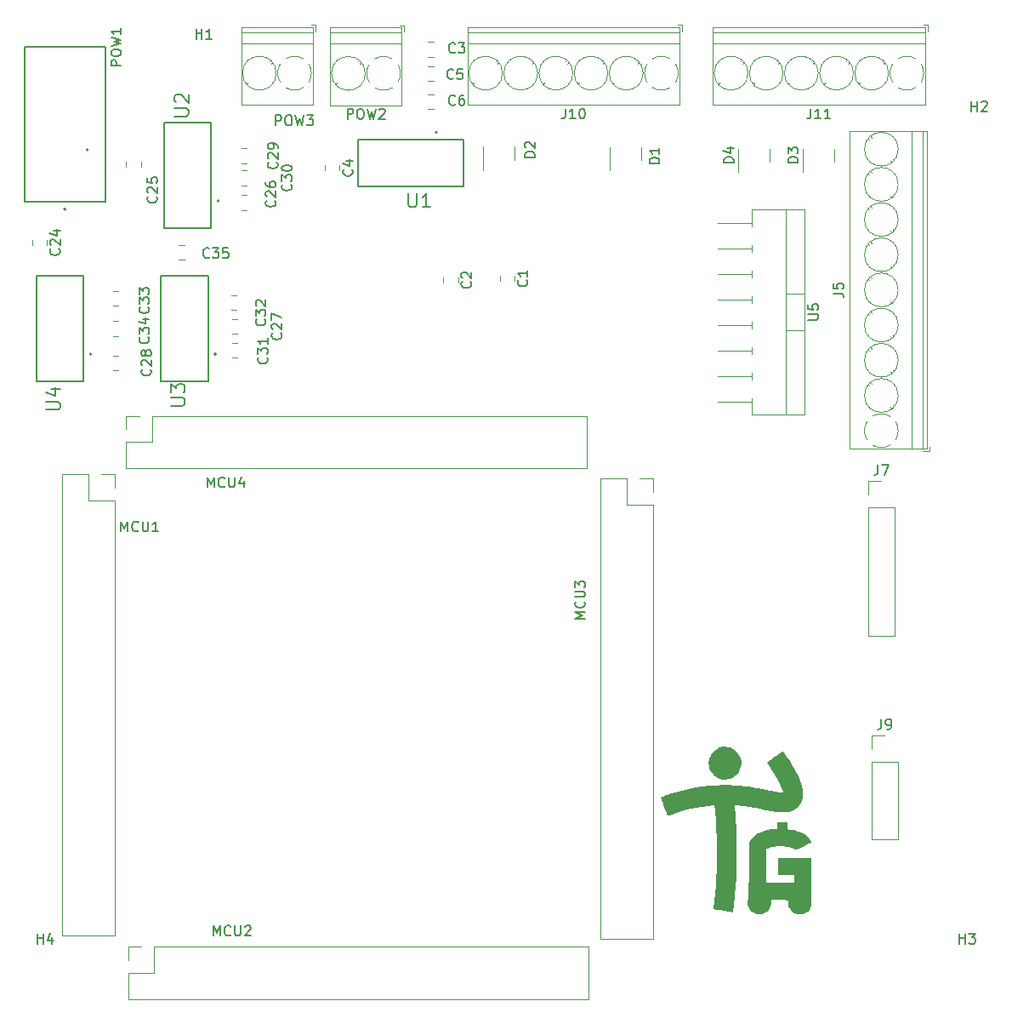
<source format=gbr>
%TF.GenerationSoftware,KiCad,Pcbnew,(7.0.0)*%
%TF.CreationDate,2023-03-07T12:31:48-06:00*%
%TF.ProjectId,finalproj,66696e61-6c70-4726-9f6a-2e6b69636164,rev?*%
%TF.SameCoordinates,Original*%
%TF.FileFunction,Legend,Top*%
%TF.FilePolarity,Positive*%
%FSLAX46Y46*%
G04 Gerber Fmt 4.6, Leading zero omitted, Abs format (unit mm)*
G04 Created by KiCad (PCBNEW (7.0.0)) date 2023-03-07 12:31:48*
%MOMM*%
%LPD*%
G01*
G04 APERTURE LIST*
%ADD10C,0.150000*%
%ADD11C,0.120000*%
%ADD12C,0.200000*%
%ADD13C,0.127000*%
G04 APERTURE END LIST*
D10*
%TO.C,C3*%
X56633333Y-15672142D02*
X56585714Y-15719761D01*
X56585714Y-15719761D02*
X56442857Y-15767380D01*
X56442857Y-15767380D02*
X56347619Y-15767380D01*
X56347619Y-15767380D02*
X56204762Y-15719761D01*
X56204762Y-15719761D02*
X56109524Y-15624523D01*
X56109524Y-15624523D02*
X56061905Y-15529285D01*
X56061905Y-15529285D02*
X56014286Y-15338809D01*
X56014286Y-15338809D02*
X56014286Y-15195952D01*
X56014286Y-15195952D02*
X56061905Y-15005476D01*
X56061905Y-15005476D02*
X56109524Y-14910238D01*
X56109524Y-14910238D02*
X56204762Y-14815000D01*
X56204762Y-14815000D02*
X56347619Y-14767380D01*
X56347619Y-14767380D02*
X56442857Y-14767380D01*
X56442857Y-14767380D02*
X56585714Y-14815000D01*
X56585714Y-14815000D02*
X56633333Y-14862619D01*
X56966667Y-14767380D02*
X57585714Y-14767380D01*
X57585714Y-14767380D02*
X57252381Y-15148333D01*
X57252381Y-15148333D02*
X57395238Y-15148333D01*
X57395238Y-15148333D02*
X57490476Y-15195952D01*
X57490476Y-15195952D02*
X57538095Y-15243571D01*
X57538095Y-15243571D02*
X57585714Y-15338809D01*
X57585714Y-15338809D02*
X57585714Y-15576904D01*
X57585714Y-15576904D02*
X57538095Y-15672142D01*
X57538095Y-15672142D02*
X57490476Y-15719761D01*
X57490476Y-15719761D02*
X57395238Y-15767380D01*
X57395238Y-15767380D02*
X57109524Y-15767380D01*
X57109524Y-15767380D02*
X57014286Y-15719761D01*
X57014286Y-15719761D02*
X56966667Y-15672142D01*
%TO.C,C6*%
X56633333Y-20872142D02*
X56585714Y-20919761D01*
X56585714Y-20919761D02*
X56442857Y-20967380D01*
X56442857Y-20967380D02*
X56347619Y-20967380D01*
X56347619Y-20967380D02*
X56204762Y-20919761D01*
X56204762Y-20919761D02*
X56109524Y-20824523D01*
X56109524Y-20824523D02*
X56061905Y-20729285D01*
X56061905Y-20729285D02*
X56014286Y-20538809D01*
X56014286Y-20538809D02*
X56014286Y-20395952D01*
X56014286Y-20395952D02*
X56061905Y-20205476D01*
X56061905Y-20205476D02*
X56109524Y-20110238D01*
X56109524Y-20110238D02*
X56204762Y-20015000D01*
X56204762Y-20015000D02*
X56347619Y-19967380D01*
X56347619Y-19967380D02*
X56442857Y-19967380D01*
X56442857Y-19967380D02*
X56585714Y-20015000D01*
X56585714Y-20015000D02*
X56633333Y-20062619D01*
X57490476Y-19967380D02*
X57300000Y-19967380D01*
X57300000Y-19967380D02*
X57204762Y-20015000D01*
X57204762Y-20015000D02*
X57157143Y-20062619D01*
X57157143Y-20062619D02*
X57061905Y-20205476D01*
X57061905Y-20205476D02*
X57014286Y-20395952D01*
X57014286Y-20395952D02*
X57014286Y-20776904D01*
X57014286Y-20776904D02*
X57061905Y-20872142D01*
X57061905Y-20872142D02*
X57109524Y-20919761D01*
X57109524Y-20919761D02*
X57204762Y-20967380D01*
X57204762Y-20967380D02*
X57395238Y-20967380D01*
X57395238Y-20967380D02*
X57490476Y-20919761D01*
X57490476Y-20919761D02*
X57538095Y-20872142D01*
X57538095Y-20872142D02*
X57585714Y-20776904D01*
X57585714Y-20776904D02*
X57585714Y-20538809D01*
X57585714Y-20538809D02*
X57538095Y-20443571D01*
X57538095Y-20443571D02*
X57490476Y-20395952D01*
X57490476Y-20395952D02*
X57395238Y-20348333D01*
X57395238Y-20348333D02*
X57204762Y-20348333D01*
X57204762Y-20348333D02*
X57109524Y-20395952D01*
X57109524Y-20395952D02*
X57061905Y-20443571D01*
X57061905Y-20443571D02*
X57014286Y-20538809D01*
%TO.C,C5*%
X56433333Y-18272142D02*
X56385714Y-18319761D01*
X56385714Y-18319761D02*
X56242857Y-18367380D01*
X56242857Y-18367380D02*
X56147619Y-18367380D01*
X56147619Y-18367380D02*
X56004762Y-18319761D01*
X56004762Y-18319761D02*
X55909524Y-18224523D01*
X55909524Y-18224523D02*
X55861905Y-18129285D01*
X55861905Y-18129285D02*
X55814286Y-17938809D01*
X55814286Y-17938809D02*
X55814286Y-17795952D01*
X55814286Y-17795952D02*
X55861905Y-17605476D01*
X55861905Y-17605476D02*
X55909524Y-17510238D01*
X55909524Y-17510238D02*
X56004762Y-17415000D01*
X56004762Y-17415000D02*
X56147619Y-17367380D01*
X56147619Y-17367380D02*
X56242857Y-17367380D01*
X56242857Y-17367380D02*
X56385714Y-17415000D01*
X56385714Y-17415000D02*
X56433333Y-17462619D01*
X57338095Y-17367380D02*
X56861905Y-17367380D01*
X56861905Y-17367380D02*
X56814286Y-17843571D01*
X56814286Y-17843571D02*
X56861905Y-17795952D01*
X56861905Y-17795952D02*
X56957143Y-17748333D01*
X56957143Y-17748333D02*
X57195238Y-17748333D01*
X57195238Y-17748333D02*
X57290476Y-17795952D01*
X57290476Y-17795952D02*
X57338095Y-17843571D01*
X57338095Y-17843571D02*
X57385714Y-17938809D01*
X57385714Y-17938809D02*
X57385714Y-18176904D01*
X57385714Y-18176904D02*
X57338095Y-18272142D01*
X57338095Y-18272142D02*
X57290476Y-18319761D01*
X57290476Y-18319761D02*
X57195238Y-18367380D01*
X57195238Y-18367380D02*
X56957143Y-18367380D01*
X56957143Y-18367380D02*
X56861905Y-18319761D01*
X56861905Y-18319761D02*
X56814286Y-18272142D01*
%TO.C,C4*%
X46352142Y-27366666D02*
X46399761Y-27414285D01*
X46399761Y-27414285D02*
X46447380Y-27557142D01*
X46447380Y-27557142D02*
X46447380Y-27652380D01*
X46447380Y-27652380D02*
X46399761Y-27795237D01*
X46399761Y-27795237D02*
X46304523Y-27890475D01*
X46304523Y-27890475D02*
X46209285Y-27938094D01*
X46209285Y-27938094D02*
X46018809Y-27985713D01*
X46018809Y-27985713D02*
X45875952Y-27985713D01*
X45875952Y-27985713D02*
X45685476Y-27938094D01*
X45685476Y-27938094D02*
X45590238Y-27890475D01*
X45590238Y-27890475D02*
X45495000Y-27795237D01*
X45495000Y-27795237D02*
X45447380Y-27652380D01*
X45447380Y-27652380D02*
X45447380Y-27557142D01*
X45447380Y-27557142D02*
X45495000Y-27414285D01*
X45495000Y-27414285D02*
X45542619Y-27366666D01*
X45780714Y-26509523D02*
X46447380Y-26509523D01*
X45399761Y-26747618D02*
X46114047Y-26985713D01*
X46114047Y-26985713D02*
X46114047Y-26366666D01*
%TO.C,U1*%
X51968333Y-29713333D02*
X51968333Y-30846666D01*
X51968333Y-30846666D02*
X52035000Y-30980000D01*
X52035000Y-30980000D02*
X52101666Y-31046666D01*
X52101666Y-31046666D02*
X52235000Y-31113333D01*
X52235000Y-31113333D02*
X52501666Y-31113333D01*
X52501666Y-31113333D02*
X52635000Y-31046666D01*
X52635000Y-31046666D02*
X52701666Y-30980000D01*
X52701666Y-30980000D02*
X52768333Y-30846666D01*
X52768333Y-30846666D02*
X52768333Y-29713333D01*
X54168333Y-31113333D02*
X53368333Y-31113333D01*
X53768333Y-31113333D02*
X53768333Y-29713333D01*
X53768333Y-29713333D02*
X53635000Y-29913333D01*
X53635000Y-29913333D02*
X53501667Y-30046666D01*
X53501667Y-30046666D02*
X53368333Y-30113333D01*
%TO.C,C1*%
X63752142Y-38366666D02*
X63799761Y-38414285D01*
X63799761Y-38414285D02*
X63847380Y-38557142D01*
X63847380Y-38557142D02*
X63847380Y-38652380D01*
X63847380Y-38652380D02*
X63799761Y-38795237D01*
X63799761Y-38795237D02*
X63704523Y-38890475D01*
X63704523Y-38890475D02*
X63609285Y-38938094D01*
X63609285Y-38938094D02*
X63418809Y-38985713D01*
X63418809Y-38985713D02*
X63275952Y-38985713D01*
X63275952Y-38985713D02*
X63085476Y-38938094D01*
X63085476Y-38938094D02*
X62990238Y-38890475D01*
X62990238Y-38890475D02*
X62895000Y-38795237D01*
X62895000Y-38795237D02*
X62847380Y-38652380D01*
X62847380Y-38652380D02*
X62847380Y-38557142D01*
X62847380Y-38557142D02*
X62895000Y-38414285D01*
X62895000Y-38414285D02*
X62942619Y-38366666D01*
X63847380Y-37414285D02*
X63847380Y-37985713D01*
X63847380Y-37699999D02*
X62847380Y-37699999D01*
X62847380Y-37699999D02*
X62990238Y-37795237D01*
X62990238Y-37795237D02*
X63085476Y-37890475D01*
X63085476Y-37890475D02*
X63133095Y-37985713D01*
%TO.C,C2*%
X58152142Y-38516666D02*
X58199761Y-38564285D01*
X58199761Y-38564285D02*
X58247380Y-38707142D01*
X58247380Y-38707142D02*
X58247380Y-38802380D01*
X58247380Y-38802380D02*
X58199761Y-38945237D01*
X58199761Y-38945237D02*
X58104523Y-39040475D01*
X58104523Y-39040475D02*
X58009285Y-39088094D01*
X58009285Y-39088094D02*
X57818809Y-39135713D01*
X57818809Y-39135713D02*
X57675952Y-39135713D01*
X57675952Y-39135713D02*
X57485476Y-39088094D01*
X57485476Y-39088094D02*
X57390238Y-39040475D01*
X57390238Y-39040475D02*
X57295000Y-38945237D01*
X57295000Y-38945237D02*
X57247380Y-38802380D01*
X57247380Y-38802380D02*
X57247380Y-38707142D01*
X57247380Y-38707142D02*
X57295000Y-38564285D01*
X57295000Y-38564285D02*
X57342619Y-38516666D01*
X57342619Y-38135713D02*
X57295000Y-38088094D01*
X57295000Y-38088094D02*
X57247380Y-37992856D01*
X57247380Y-37992856D02*
X57247380Y-37754761D01*
X57247380Y-37754761D02*
X57295000Y-37659523D01*
X57295000Y-37659523D02*
X57342619Y-37611904D01*
X57342619Y-37611904D02*
X57437857Y-37564285D01*
X57437857Y-37564285D02*
X57533095Y-37564285D01*
X57533095Y-37564285D02*
X57675952Y-37611904D01*
X57675952Y-37611904D02*
X58247380Y-38183332D01*
X58247380Y-38183332D02*
X58247380Y-37564285D01*
%TO.C,J9*%
X99066666Y-82037380D02*
X99066666Y-82751666D01*
X99066666Y-82751666D02*
X99019047Y-82894523D01*
X99019047Y-82894523D02*
X98923809Y-82989761D01*
X98923809Y-82989761D02*
X98780952Y-83037380D01*
X98780952Y-83037380D02*
X98685714Y-83037380D01*
X99590476Y-83037380D02*
X99780952Y-83037380D01*
X99780952Y-83037380D02*
X99876190Y-82989761D01*
X99876190Y-82989761D02*
X99923809Y-82942142D01*
X99923809Y-82942142D02*
X100019047Y-82799285D01*
X100019047Y-82799285D02*
X100066666Y-82608809D01*
X100066666Y-82608809D02*
X100066666Y-82227857D01*
X100066666Y-82227857D02*
X100019047Y-82132619D01*
X100019047Y-82132619D02*
X99971428Y-82085000D01*
X99971428Y-82085000D02*
X99876190Y-82037380D01*
X99876190Y-82037380D02*
X99685714Y-82037380D01*
X99685714Y-82037380D02*
X99590476Y-82085000D01*
X99590476Y-82085000D02*
X99542857Y-82132619D01*
X99542857Y-82132619D02*
X99495238Y-82227857D01*
X99495238Y-82227857D02*
X99495238Y-82465952D01*
X99495238Y-82465952D02*
X99542857Y-82561190D01*
X99542857Y-82561190D02*
X99590476Y-82608809D01*
X99590476Y-82608809D02*
X99685714Y-82656428D01*
X99685714Y-82656428D02*
X99876190Y-82656428D01*
X99876190Y-82656428D02*
X99971428Y-82608809D01*
X99971428Y-82608809D02*
X100019047Y-82561190D01*
X100019047Y-82561190D02*
X100066666Y-82465952D01*
%TO.C,J7*%
X98726666Y-56727380D02*
X98726666Y-57441666D01*
X98726666Y-57441666D02*
X98679047Y-57584523D01*
X98679047Y-57584523D02*
X98583809Y-57679761D01*
X98583809Y-57679761D02*
X98440952Y-57727380D01*
X98440952Y-57727380D02*
X98345714Y-57727380D01*
X99107619Y-56727380D02*
X99774285Y-56727380D01*
X99774285Y-56727380D02*
X99345714Y-57727380D01*
%TO.C,H4*%
X15038095Y-104367380D02*
X15038095Y-103367380D01*
X15038095Y-103843571D02*
X15609523Y-103843571D01*
X15609523Y-104367380D02*
X15609523Y-103367380D01*
X16514285Y-103700714D02*
X16514285Y-104367380D01*
X16276190Y-103319761D02*
X16038095Y-104034047D01*
X16038095Y-104034047D02*
X16657142Y-104034047D01*
%TO.C,H3*%
X106838095Y-104367380D02*
X106838095Y-103367380D01*
X106838095Y-103843571D02*
X107409523Y-103843571D01*
X107409523Y-104367380D02*
X107409523Y-103367380D01*
X107790476Y-103367380D02*
X108409523Y-103367380D01*
X108409523Y-103367380D02*
X108076190Y-103748333D01*
X108076190Y-103748333D02*
X108219047Y-103748333D01*
X108219047Y-103748333D02*
X108314285Y-103795952D01*
X108314285Y-103795952D02*
X108361904Y-103843571D01*
X108361904Y-103843571D02*
X108409523Y-103938809D01*
X108409523Y-103938809D02*
X108409523Y-104176904D01*
X108409523Y-104176904D02*
X108361904Y-104272142D01*
X108361904Y-104272142D02*
X108314285Y-104319761D01*
X108314285Y-104319761D02*
X108219047Y-104367380D01*
X108219047Y-104367380D02*
X107933333Y-104367380D01*
X107933333Y-104367380D02*
X107838095Y-104319761D01*
X107838095Y-104319761D02*
X107790476Y-104272142D01*
%TO.C,H2*%
X108038095Y-21567380D02*
X108038095Y-20567380D01*
X108038095Y-21043571D02*
X108609523Y-21043571D01*
X108609523Y-21567380D02*
X108609523Y-20567380D01*
X109038095Y-20662619D02*
X109085714Y-20615000D01*
X109085714Y-20615000D02*
X109180952Y-20567380D01*
X109180952Y-20567380D02*
X109419047Y-20567380D01*
X109419047Y-20567380D02*
X109514285Y-20615000D01*
X109514285Y-20615000D02*
X109561904Y-20662619D01*
X109561904Y-20662619D02*
X109609523Y-20757857D01*
X109609523Y-20757857D02*
X109609523Y-20853095D01*
X109609523Y-20853095D02*
X109561904Y-20995952D01*
X109561904Y-20995952D02*
X108990476Y-21567380D01*
X108990476Y-21567380D02*
X109609523Y-21567380D01*
%TO.C,H1*%
X30838095Y-14367380D02*
X30838095Y-13367380D01*
X30838095Y-13843571D02*
X31409523Y-13843571D01*
X31409523Y-14367380D02*
X31409523Y-13367380D01*
X32409523Y-14367380D02*
X31838095Y-14367380D01*
X32123809Y-14367380D02*
X32123809Y-13367380D01*
X32123809Y-13367380D02*
X32028571Y-13510238D01*
X32028571Y-13510238D02*
X31933333Y-13605476D01*
X31933333Y-13605476D02*
X31838095Y-13653095D01*
%TO.C,J5*%
X94267380Y-39673333D02*
X94981666Y-39673333D01*
X94981666Y-39673333D02*
X95124523Y-39720952D01*
X95124523Y-39720952D02*
X95219761Y-39816190D01*
X95219761Y-39816190D02*
X95267380Y-39959047D01*
X95267380Y-39959047D02*
X95267380Y-40054285D01*
X94267380Y-38720952D02*
X94267380Y-39197142D01*
X94267380Y-39197142D02*
X94743571Y-39244761D01*
X94743571Y-39244761D02*
X94695952Y-39197142D01*
X94695952Y-39197142D02*
X94648333Y-39101904D01*
X94648333Y-39101904D02*
X94648333Y-38863809D01*
X94648333Y-38863809D02*
X94695952Y-38768571D01*
X94695952Y-38768571D02*
X94743571Y-38720952D01*
X94743571Y-38720952D02*
X94838809Y-38673333D01*
X94838809Y-38673333D02*
X95076904Y-38673333D01*
X95076904Y-38673333D02*
X95172142Y-38720952D01*
X95172142Y-38720952D02*
X95219761Y-38768571D01*
X95219761Y-38768571D02*
X95267380Y-38863809D01*
X95267380Y-38863809D02*
X95267380Y-39101904D01*
X95267380Y-39101904D02*
X95219761Y-39197142D01*
X95219761Y-39197142D02*
X95172142Y-39244761D01*
%TO.C,U2*%
X28714333Y-22066666D02*
X29847666Y-22066666D01*
X29847666Y-22066666D02*
X29981000Y-22000000D01*
X29981000Y-22000000D02*
X30047666Y-21933333D01*
X30047666Y-21933333D02*
X30114333Y-21800000D01*
X30114333Y-21800000D02*
X30114333Y-21533333D01*
X30114333Y-21533333D02*
X30047666Y-21400000D01*
X30047666Y-21400000D02*
X29981000Y-21333333D01*
X29981000Y-21333333D02*
X29847666Y-21266666D01*
X29847666Y-21266666D02*
X28714333Y-21266666D01*
X28847666Y-20666666D02*
X28781000Y-20599999D01*
X28781000Y-20599999D02*
X28714333Y-20466666D01*
X28714333Y-20466666D02*
X28714333Y-20133333D01*
X28714333Y-20133333D02*
X28781000Y-19999999D01*
X28781000Y-19999999D02*
X28847666Y-19933333D01*
X28847666Y-19933333D02*
X28981000Y-19866666D01*
X28981000Y-19866666D02*
X29114333Y-19866666D01*
X29114333Y-19866666D02*
X29314333Y-19933333D01*
X29314333Y-19933333D02*
X30114333Y-20733333D01*
X30114333Y-20733333D02*
X30114333Y-19866666D01*
%TO.C,MCU1*%
X23366667Y-63367380D02*
X23366667Y-62367380D01*
X23366667Y-62367380D02*
X23700000Y-63081666D01*
X23700000Y-63081666D02*
X24033333Y-62367380D01*
X24033333Y-62367380D02*
X24033333Y-63367380D01*
X25080952Y-63272142D02*
X25033333Y-63319761D01*
X25033333Y-63319761D02*
X24890476Y-63367380D01*
X24890476Y-63367380D02*
X24795238Y-63367380D01*
X24795238Y-63367380D02*
X24652381Y-63319761D01*
X24652381Y-63319761D02*
X24557143Y-63224523D01*
X24557143Y-63224523D02*
X24509524Y-63129285D01*
X24509524Y-63129285D02*
X24461905Y-62938809D01*
X24461905Y-62938809D02*
X24461905Y-62795952D01*
X24461905Y-62795952D02*
X24509524Y-62605476D01*
X24509524Y-62605476D02*
X24557143Y-62510238D01*
X24557143Y-62510238D02*
X24652381Y-62415000D01*
X24652381Y-62415000D02*
X24795238Y-62367380D01*
X24795238Y-62367380D02*
X24890476Y-62367380D01*
X24890476Y-62367380D02*
X25033333Y-62415000D01*
X25033333Y-62415000D02*
X25080952Y-62462619D01*
X25509524Y-62367380D02*
X25509524Y-63176904D01*
X25509524Y-63176904D02*
X25557143Y-63272142D01*
X25557143Y-63272142D02*
X25604762Y-63319761D01*
X25604762Y-63319761D02*
X25700000Y-63367380D01*
X25700000Y-63367380D02*
X25890476Y-63367380D01*
X25890476Y-63367380D02*
X25985714Y-63319761D01*
X25985714Y-63319761D02*
X26033333Y-63272142D01*
X26033333Y-63272142D02*
X26080952Y-63176904D01*
X26080952Y-63176904D02*
X26080952Y-62367380D01*
X27080952Y-63367380D02*
X26509524Y-63367380D01*
X26795238Y-63367380D02*
X26795238Y-62367380D01*
X26795238Y-62367380D02*
X26700000Y-62510238D01*
X26700000Y-62510238D02*
X26604762Y-62605476D01*
X26604762Y-62605476D02*
X26509524Y-62653095D01*
%TO.C,C28*%
X26272142Y-47242857D02*
X26319761Y-47290476D01*
X26319761Y-47290476D02*
X26367380Y-47433333D01*
X26367380Y-47433333D02*
X26367380Y-47528571D01*
X26367380Y-47528571D02*
X26319761Y-47671428D01*
X26319761Y-47671428D02*
X26224523Y-47766666D01*
X26224523Y-47766666D02*
X26129285Y-47814285D01*
X26129285Y-47814285D02*
X25938809Y-47861904D01*
X25938809Y-47861904D02*
X25795952Y-47861904D01*
X25795952Y-47861904D02*
X25605476Y-47814285D01*
X25605476Y-47814285D02*
X25510238Y-47766666D01*
X25510238Y-47766666D02*
X25415000Y-47671428D01*
X25415000Y-47671428D02*
X25367380Y-47528571D01*
X25367380Y-47528571D02*
X25367380Y-47433333D01*
X25367380Y-47433333D02*
X25415000Y-47290476D01*
X25415000Y-47290476D02*
X25462619Y-47242857D01*
X25462619Y-46861904D02*
X25415000Y-46814285D01*
X25415000Y-46814285D02*
X25367380Y-46719047D01*
X25367380Y-46719047D02*
X25367380Y-46480952D01*
X25367380Y-46480952D02*
X25415000Y-46385714D01*
X25415000Y-46385714D02*
X25462619Y-46338095D01*
X25462619Y-46338095D02*
X25557857Y-46290476D01*
X25557857Y-46290476D02*
X25653095Y-46290476D01*
X25653095Y-46290476D02*
X25795952Y-46338095D01*
X25795952Y-46338095D02*
X26367380Y-46909523D01*
X26367380Y-46909523D02*
X26367380Y-46290476D01*
X25795952Y-45719047D02*
X25748333Y-45814285D01*
X25748333Y-45814285D02*
X25700714Y-45861904D01*
X25700714Y-45861904D02*
X25605476Y-45909523D01*
X25605476Y-45909523D02*
X25557857Y-45909523D01*
X25557857Y-45909523D02*
X25462619Y-45861904D01*
X25462619Y-45861904D02*
X25415000Y-45814285D01*
X25415000Y-45814285D02*
X25367380Y-45719047D01*
X25367380Y-45719047D02*
X25367380Y-45528571D01*
X25367380Y-45528571D02*
X25415000Y-45433333D01*
X25415000Y-45433333D02*
X25462619Y-45385714D01*
X25462619Y-45385714D02*
X25557857Y-45338095D01*
X25557857Y-45338095D02*
X25605476Y-45338095D01*
X25605476Y-45338095D02*
X25700714Y-45385714D01*
X25700714Y-45385714D02*
X25748333Y-45433333D01*
X25748333Y-45433333D02*
X25795952Y-45528571D01*
X25795952Y-45528571D02*
X25795952Y-45719047D01*
X25795952Y-45719047D02*
X25843571Y-45814285D01*
X25843571Y-45814285D02*
X25891190Y-45861904D01*
X25891190Y-45861904D02*
X25986428Y-45909523D01*
X25986428Y-45909523D02*
X26176904Y-45909523D01*
X26176904Y-45909523D02*
X26272142Y-45861904D01*
X26272142Y-45861904D02*
X26319761Y-45814285D01*
X26319761Y-45814285D02*
X26367380Y-45719047D01*
X26367380Y-45719047D02*
X26367380Y-45528571D01*
X26367380Y-45528571D02*
X26319761Y-45433333D01*
X26319761Y-45433333D02*
X26272142Y-45385714D01*
X26272142Y-45385714D02*
X26176904Y-45338095D01*
X26176904Y-45338095D02*
X25986428Y-45338095D01*
X25986428Y-45338095D02*
X25891190Y-45385714D01*
X25891190Y-45385714D02*
X25843571Y-45433333D01*
X25843571Y-45433333D02*
X25795952Y-45528571D01*
%TO.C,MCU4*%
X31966667Y-58967380D02*
X31966667Y-57967380D01*
X31966667Y-57967380D02*
X32300000Y-58681666D01*
X32300000Y-58681666D02*
X32633333Y-57967380D01*
X32633333Y-57967380D02*
X32633333Y-58967380D01*
X33680952Y-58872142D02*
X33633333Y-58919761D01*
X33633333Y-58919761D02*
X33490476Y-58967380D01*
X33490476Y-58967380D02*
X33395238Y-58967380D01*
X33395238Y-58967380D02*
X33252381Y-58919761D01*
X33252381Y-58919761D02*
X33157143Y-58824523D01*
X33157143Y-58824523D02*
X33109524Y-58729285D01*
X33109524Y-58729285D02*
X33061905Y-58538809D01*
X33061905Y-58538809D02*
X33061905Y-58395952D01*
X33061905Y-58395952D02*
X33109524Y-58205476D01*
X33109524Y-58205476D02*
X33157143Y-58110238D01*
X33157143Y-58110238D02*
X33252381Y-58015000D01*
X33252381Y-58015000D02*
X33395238Y-57967380D01*
X33395238Y-57967380D02*
X33490476Y-57967380D01*
X33490476Y-57967380D02*
X33633333Y-58015000D01*
X33633333Y-58015000D02*
X33680952Y-58062619D01*
X34109524Y-57967380D02*
X34109524Y-58776904D01*
X34109524Y-58776904D02*
X34157143Y-58872142D01*
X34157143Y-58872142D02*
X34204762Y-58919761D01*
X34204762Y-58919761D02*
X34300000Y-58967380D01*
X34300000Y-58967380D02*
X34490476Y-58967380D01*
X34490476Y-58967380D02*
X34585714Y-58919761D01*
X34585714Y-58919761D02*
X34633333Y-58872142D01*
X34633333Y-58872142D02*
X34680952Y-58776904D01*
X34680952Y-58776904D02*
X34680952Y-57967380D01*
X35585714Y-58300714D02*
X35585714Y-58967380D01*
X35347619Y-57919761D02*
X35109524Y-58634047D01*
X35109524Y-58634047D02*
X35728571Y-58634047D01*
%TO.C,C24*%
X17192142Y-35252857D02*
X17239761Y-35300476D01*
X17239761Y-35300476D02*
X17287380Y-35443333D01*
X17287380Y-35443333D02*
X17287380Y-35538571D01*
X17287380Y-35538571D02*
X17239761Y-35681428D01*
X17239761Y-35681428D02*
X17144523Y-35776666D01*
X17144523Y-35776666D02*
X17049285Y-35824285D01*
X17049285Y-35824285D02*
X16858809Y-35871904D01*
X16858809Y-35871904D02*
X16715952Y-35871904D01*
X16715952Y-35871904D02*
X16525476Y-35824285D01*
X16525476Y-35824285D02*
X16430238Y-35776666D01*
X16430238Y-35776666D02*
X16335000Y-35681428D01*
X16335000Y-35681428D02*
X16287380Y-35538571D01*
X16287380Y-35538571D02*
X16287380Y-35443333D01*
X16287380Y-35443333D02*
X16335000Y-35300476D01*
X16335000Y-35300476D02*
X16382619Y-35252857D01*
X16382619Y-34871904D02*
X16335000Y-34824285D01*
X16335000Y-34824285D02*
X16287380Y-34729047D01*
X16287380Y-34729047D02*
X16287380Y-34490952D01*
X16287380Y-34490952D02*
X16335000Y-34395714D01*
X16335000Y-34395714D02*
X16382619Y-34348095D01*
X16382619Y-34348095D02*
X16477857Y-34300476D01*
X16477857Y-34300476D02*
X16573095Y-34300476D01*
X16573095Y-34300476D02*
X16715952Y-34348095D01*
X16715952Y-34348095D02*
X17287380Y-34919523D01*
X17287380Y-34919523D02*
X17287380Y-34300476D01*
X16620714Y-33443333D02*
X17287380Y-33443333D01*
X16239761Y-33681428D02*
X16954047Y-33919523D01*
X16954047Y-33919523D02*
X16954047Y-33300476D01*
%TO.C,C33*%
X26072142Y-41042857D02*
X26119761Y-41090476D01*
X26119761Y-41090476D02*
X26167380Y-41233333D01*
X26167380Y-41233333D02*
X26167380Y-41328571D01*
X26167380Y-41328571D02*
X26119761Y-41471428D01*
X26119761Y-41471428D02*
X26024523Y-41566666D01*
X26024523Y-41566666D02*
X25929285Y-41614285D01*
X25929285Y-41614285D02*
X25738809Y-41661904D01*
X25738809Y-41661904D02*
X25595952Y-41661904D01*
X25595952Y-41661904D02*
X25405476Y-41614285D01*
X25405476Y-41614285D02*
X25310238Y-41566666D01*
X25310238Y-41566666D02*
X25215000Y-41471428D01*
X25215000Y-41471428D02*
X25167380Y-41328571D01*
X25167380Y-41328571D02*
X25167380Y-41233333D01*
X25167380Y-41233333D02*
X25215000Y-41090476D01*
X25215000Y-41090476D02*
X25262619Y-41042857D01*
X25167380Y-40709523D02*
X25167380Y-40090476D01*
X25167380Y-40090476D02*
X25548333Y-40423809D01*
X25548333Y-40423809D02*
X25548333Y-40280952D01*
X25548333Y-40280952D02*
X25595952Y-40185714D01*
X25595952Y-40185714D02*
X25643571Y-40138095D01*
X25643571Y-40138095D02*
X25738809Y-40090476D01*
X25738809Y-40090476D02*
X25976904Y-40090476D01*
X25976904Y-40090476D02*
X26072142Y-40138095D01*
X26072142Y-40138095D02*
X26119761Y-40185714D01*
X26119761Y-40185714D02*
X26167380Y-40280952D01*
X26167380Y-40280952D02*
X26167380Y-40566666D01*
X26167380Y-40566666D02*
X26119761Y-40661904D01*
X26119761Y-40661904D02*
X26072142Y-40709523D01*
X25167380Y-39757142D02*
X25167380Y-39138095D01*
X25167380Y-39138095D02*
X25548333Y-39471428D01*
X25548333Y-39471428D02*
X25548333Y-39328571D01*
X25548333Y-39328571D02*
X25595952Y-39233333D01*
X25595952Y-39233333D02*
X25643571Y-39185714D01*
X25643571Y-39185714D02*
X25738809Y-39138095D01*
X25738809Y-39138095D02*
X25976904Y-39138095D01*
X25976904Y-39138095D02*
X26072142Y-39185714D01*
X26072142Y-39185714D02*
X26119761Y-39233333D01*
X26119761Y-39233333D02*
X26167380Y-39328571D01*
X26167380Y-39328571D02*
X26167380Y-39614285D01*
X26167380Y-39614285D02*
X26119761Y-39709523D01*
X26119761Y-39709523D02*
X26072142Y-39757142D01*
%TO.C,C35*%
X32157142Y-36072142D02*
X32109523Y-36119761D01*
X32109523Y-36119761D02*
X31966666Y-36167380D01*
X31966666Y-36167380D02*
X31871428Y-36167380D01*
X31871428Y-36167380D02*
X31728571Y-36119761D01*
X31728571Y-36119761D02*
X31633333Y-36024523D01*
X31633333Y-36024523D02*
X31585714Y-35929285D01*
X31585714Y-35929285D02*
X31538095Y-35738809D01*
X31538095Y-35738809D02*
X31538095Y-35595952D01*
X31538095Y-35595952D02*
X31585714Y-35405476D01*
X31585714Y-35405476D02*
X31633333Y-35310238D01*
X31633333Y-35310238D02*
X31728571Y-35215000D01*
X31728571Y-35215000D02*
X31871428Y-35167380D01*
X31871428Y-35167380D02*
X31966666Y-35167380D01*
X31966666Y-35167380D02*
X32109523Y-35215000D01*
X32109523Y-35215000D02*
X32157142Y-35262619D01*
X32490476Y-35167380D02*
X33109523Y-35167380D01*
X33109523Y-35167380D02*
X32776190Y-35548333D01*
X32776190Y-35548333D02*
X32919047Y-35548333D01*
X32919047Y-35548333D02*
X33014285Y-35595952D01*
X33014285Y-35595952D02*
X33061904Y-35643571D01*
X33061904Y-35643571D02*
X33109523Y-35738809D01*
X33109523Y-35738809D02*
X33109523Y-35976904D01*
X33109523Y-35976904D02*
X33061904Y-36072142D01*
X33061904Y-36072142D02*
X33014285Y-36119761D01*
X33014285Y-36119761D02*
X32919047Y-36167380D01*
X32919047Y-36167380D02*
X32633333Y-36167380D01*
X32633333Y-36167380D02*
X32538095Y-36119761D01*
X32538095Y-36119761D02*
X32490476Y-36072142D01*
X34014285Y-35167380D02*
X33538095Y-35167380D01*
X33538095Y-35167380D02*
X33490476Y-35643571D01*
X33490476Y-35643571D02*
X33538095Y-35595952D01*
X33538095Y-35595952D02*
X33633333Y-35548333D01*
X33633333Y-35548333D02*
X33871428Y-35548333D01*
X33871428Y-35548333D02*
X33966666Y-35595952D01*
X33966666Y-35595952D02*
X34014285Y-35643571D01*
X34014285Y-35643571D02*
X34061904Y-35738809D01*
X34061904Y-35738809D02*
X34061904Y-35976904D01*
X34061904Y-35976904D02*
X34014285Y-36072142D01*
X34014285Y-36072142D02*
X33966666Y-36119761D01*
X33966666Y-36119761D02*
X33871428Y-36167380D01*
X33871428Y-36167380D02*
X33633333Y-36167380D01*
X33633333Y-36167380D02*
X33538095Y-36119761D01*
X33538095Y-36119761D02*
X33490476Y-36072142D01*
%TO.C,C25*%
X26872142Y-30042857D02*
X26919761Y-30090476D01*
X26919761Y-30090476D02*
X26967380Y-30233333D01*
X26967380Y-30233333D02*
X26967380Y-30328571D01*
X26967380Y-30328571D02*
X26919761Y-30471428D01*
X26919761Y-30471428D02*
X26824523Y-30566666D01*
X26824523Y-30566666D02*
X26729285Y-30614285D01*
X26729285Y-30614285D02*
X26538809Y-30661904D01*
X26538809Y-30661904D02*
X26395952Y-30661904D01*
X26395952Y-30661904D02*
X26205476Y-30614285D01*
X26205476Y-30614285D02*
X26110238Y-30566666D01*
X26110238Y-30566666D02*
X26015000Y-30471428D01*
X26015000Y-30471428D02*
X25967380Y-30328571D01*
X25967380Y-30328571D02*
X25967380Y-30233333D01*
X25967380Y-30233333D02*
X26015000Y-30090476D01*
X26015000Y-30090476D02*
X26062619Y-30042857D01*
X26062619Y-29661904D02*
X26015000Y-29614285D01*
X26015000Y-29614285D02*
X25967380Y-29519047D01*
X25967380Y-29519047D02*
X25967380Y-29280952D01*
X25967380Y-29280952D02*
X26015000Y-29185714D01*
X26015000Y-29185714D02*
X26062619Y-29138095D01*
X26062619Y-29138095D02*
X26157857Y-29090476D01*
X26157857Y-29090476D02*
X26253095Y-29090476D01*
X26253095Y-29090476D02*
X26395952Y-29138095D01*
X26395952Y-29138095D02*
X26967380Y-29709523D01*
X26967380Y-29709523D02*
X26967380Y-29090476D01*
X25967380Y-28185714D02*
X25967380Y-28661904D01*
X25967380Y-28661904D02*
X26443571Y-28709523D01*
X26443571Y-28709523D02*
X26395952Y-28661904D01*
X26395952Y-28661904D02*
X26348333Y-28566666D01*
X26348333Y-28566666D02*
X26348333Y-28328571D01*
X26348333Y-28328571D02*
X26395952Y-28233333D01*
X26395952Y-28233333D02*
X26443571Y-28185714D01*
X26443571Y-28185714D02*
X26538809Y-28138095D01*
X26538809Y-28138095D02*
X26776904Y-28138095D01*
X26776904Y-28138095D02*
X26872142Y-28185714D01*
X26872142Y-28185714D02*
X26919761Y-28233333D01*
X26919761Y-28233333D02*
X26967380Y-28328571D01*
X26967380Y-28328571D02*
X26967380Y-28566666D01*
X26967380Y-28566666D02*
X26919761Y-28661904D01*
X26919761Y-28661904D02*
X26872142Y-28709523D01*
%TO.C,C27*%
X39272142Y-43642857D02*
X39319761Y-43690476D01*
X39319761Y-43690476D02*
X39367380Y-43833333D01*
X39367380Y-43833333D02*
X39367380Y-43928571D01*
X39367380Y-43928571D02*
X39319761Y-44071428D01*
X39319761Y-44071428D02*
X39224523Y-44166666D01*
X39224523Y-44166666D02*
X39129285Y-44214285D01*
X39129285Y-44214285D02*
X38938809Y-44261904D01*
X38938809Y-44261904D02*
X38795952Y-44261904D01*
X38795952Y-44261904D02*
X38605476Y-44214285D01*
X38605476Y-44214285D02*
X38510238Y-44166666D01*
X38510238Y-44166666D02*
X38415000Y-44071428D01*
X38415000Y-44071428D02*
X38367380Y-43928571D01*
X38367380Y-43928571D02*
X38367380Y-43833333D01*
X38367380Y-43833333D02*
X38415000Y-43690476D01*
X38415000Y-43690476D02*
X38462619Y-43642857D01*
X38462619Y-43261904D02*
X38415000Y-43214285D01*
X38415000Y-43214285D02*
X38367380Y-43119047D01*
X38367380Y-43119047D02*
X38367380Y-42880952D01*
X38367380Y-42880952D02*
X38415000Y-42785714D01*
X38415000Y-42785714D02*
X38462619Y-42738095D01*
X38462619Y-42738095D02*
X38557857Y-42690476D01*
X38557857Y-42690476D02*
X38653095Y-42690476D01*
X38653095Y-42690476D02*
X38795952Y-42738095D01*
X38795952Y-42738095D02*
X39367380Y-43309523D01*
X39367380Y-43309523D02*
X39367380Y-42690476D01*
X38367380Y-42357142D02*
X38367380Y-41690476D01*
X38367380Y-41690476D02*
X39367380Y-42119047D01*
%TO.C,D1*%
X76967380Y-26738094D02*
X75967380Y-26738094D01*
X75967380Y-26738094D02*
X75967380Y-26499999D01*
X75967380Y-26499999D02*
X76015000Y-26357142D01*
X76015000Y-26357142D02*
X76110238Y-26261904D01*
X76110238Y-26261904D02*
X76205476Y-26214285D01*
X76205476Y-26214285D02*
X76395952Y-26166666D01*
X76395952Y-26166666D02*
X76538809Y-26166666D01*
X76538809Y-26166666D02*
X76729285Y-26214285D01*
X76729285Y-26214285D02*
X76824523Y-26261904D01*
X76824523Y-26261904D02*
X76919761Y-26357142D01*
X76919761Y-26357142D02*
X76967380Y-26499999D01*
X76967380Y-26499999D02*
X76967380Y-26738094D01*
X76967380Y-25214285D02*
X76967380Y-25785713D01*
X76967380Y-25499999D02*
X75967380Y-25499999D01*
X75967380Y-25499999D02*
X76110238Y-25595237D01*
X76110238Y-25595237D02*
X76205476Y-25690475D01*
X76205476Y-25690475D02*
X76253095Y-25785713D01*
%TO.C,C34*%
X26072142Y-44042857D02*
X26119761Y-44090476D01*
X26119761Y-44090476D02*
X26167380Y-44233333D01*
X26167380Y-44233333D02*
X26167380Y-44328571D01*
X26167380Y-44328571D02*
X26119761Y-44471428D01*
X26119761Y-44471428D02*
X26024523Y-44566666D01*
X26024523Y-44566666D02*
X25929285Y-44614285D01*
X25929285Y-44614285D02*
X25738809Y-44661904D01*
X25738809Y-44661904D02*
X25595952Y-44661904D01*
X25595952Y-44661904D02*
X25405476Y-44614285D01*
X25405476Y-44614285D02*
X25310238Y-44566666D01*
X25310238Y-44566666D02*
X25215000Y-44471428D01*
X25215000Y-44471428D02*
X25167380Y-44328571D01*
X25167380Y-44328571D02*
X25167380Y-44233333D01*
X25167380Y-44233333D02*
X25215000Y-44090476D01*
X25215000Y-44090476D02*
X25262619Y-44042857D01*
X25167380Y-43709523D02*
X25167380Y-43090476D01*
X25167380Y-43090476D02*
X25548333Y-43423809D01*
X25548333Y-43423809D02*
X25548333Y-43280952D01*
X25548333Y-43280952D02*
X25595952Y-43185714D01*
X25595952Y-43185714D02*
X25643571Y-43138095D01*
X25643571Y-43138095D02*
X25738809Y-43090476D01*
X25738809Y-43090476D02*
X25976904Y-43090476D01*
X25976904Y-43090476D02*
X26072142Y-43138095D01*
X26072142Y-43138095D02*
X26119761Y-43185714D01*
X26119761Y-43185714D02*
X26167380Y-43280952D01*
X26167380Y-43280952D02*
X26167380Y-43566666D01*
X26167380Y-43566666D02*
X26119761Y-43661904D01*
X26119761Y-43661904D02*
X26072142Y-43709523D01*
X25500714Y-42233333D02*
X26167380Y-42233333D01*
X25119761Y-42471428D02*
X25834047Y-42709523D01*
X25834047Y-42709523D02*
X25834047Y-42090476D01*
%TO.C,MCU2*%
X32566667Y-103567380D02*
X32566667Y-102567380D01*
X32566667Y-102567380D02*
X32900000Y-103281666D01*
X32900000Y-103281666D02*
X33233333Y-102567380D01*
X33233333Y-102567380D02*
X33233333Y-103567380D01*
X34280952Y-103472142D02*
X34233333Y-103519761D01*
X34233333Y-103519761D02*
X34090476Y-103567380D01*
X34090476Y-103567380D02*
X33995238Y-103567380D01*
X33995238Y-103567380D02*
X33852381Y-103519761D01*
X33852381Y-103519761D02*
X33757143Y-103424523D01*
X33757143Y-103424523D02*
X33709524Y-103329285D01*
X33709524Y-103329285D02*
X33661905Y-103138809D01*
X33661905Y-103138809D02*
X33661905Y-102995952D01*
X33661905Y-102995952D02*
X33709524Y-102805476D01*
X33709524Y-102805476D02*
X33757143Y-102710238D01*
X33757143Y-102710238D02*
X33852381Y-102615000D01*
X33852381Y-102615000D02*
X33995238Y-102567380D01*
X33995238Y-102567380D02*
X34090476Y-102567380D01*
X34090476Y-102567380D02*
X34233333Y-102615000D01*
X34233333Y-102615000D02*
X34280952Y-102662619D01*
X34709524Y-102567380D02*
X34709524Y-103376904D01*
X34709524Y-103376904D02*
X34757143Y-103472142D01*
X34757143Y-103472142D02*
X34804762Y-103519761D01*
X34804762Y-103519761D02*
X34900000Y-103567380D01*
X34900000Y-103567380D02*
X35090476Y-103567380D01*
X35090476Y-103567380D02*
X35185714Y-103519761D01*
X35185714Y-103519761D02*
X35233333Y-103472142D01*
X35233333Y-103472142D02*
X35280952Y-103376904D01*
X35280952Y-103376904D02*
X35280952Y-102567380D01*
X35709524Y-102662619D02*
X35757143Y-102615000D01*
X35757143Y-102615000D02*
X35852381Y-102567380D01*
X35852381Y-102567380D02*
X36090476Y-102567380D01*
X36090476Y-102567380D02*
X36185714Y-102615000D01*
X36185714Y-102615000D02*
X36233333Y-102662619D01*
X36233333Y-102662619D02*
X36280952Y-102757857D01*
X36280952Y-102757857D02*
X36280952Y-102853095D01*
X36280952Y-102853095D02*
X36233333Y-102995952D01*
X36233333Y-102995952D02*
X35661905Y-103567380D01*
X35661905Y-103567380D02*
X36280952Y-103567380D01*
%TO.C,D3*%
X90767380Y-26675594D02*
X89767380Y-26675594D01*
X89767380Y-26675594D02*
X89767380Y-26437499D01*
X89767380Y-26437499D02*
X89815000Y-26294642D01*
X89815000Y-26294642D02*
X89910238Y-26199404D01*
X89910238Y-26199404D02*
X90005476Y-26151785D01*
X90005476Y-26151785D02*
X90195952Y-26104166D01*
X90195952Y-26104166D02*
X90338809Y-26104166D01*
X90338809Y-26104166D02*
X90529285Y-26151785D01*
X90529285Y-26151785D02*
X90624523Y-26199404D01*
X90624523Y-26199404D02*
X90719761Y-26294642D01*
X90719761Y-26294642D02*
X90767380Y-26437499D01*
X90767380Y-26437499D02*
X90767380Y-26675594D01*
X89767380Y-25770832D02*
X89767380Y-25151785D01*
X89767380Y-25151785D02*
X90148333Y-25485118D01*
X90148333Y-25485118D02*
X90148333Y-25342261D01*
X90148333Y-25342261D02*
X90195952Y-25247023D01*
X90195952Y-25247023D02*
X90243571Y-25199404D01*
X90243571Y-25199404D02*
X90338809Y-25151785D01*
X90338809Y-25151785D02*
X90576904Y-25151785D01*
X90576904Y-25151785D02*
X90672142Y-25199404D01*
X90672142Y-25199404D02*
X90719761Y-25247023D01*
X90719761Y-25247023D02*
X90767380Y-25342261D01*
X90767380Y-25342261D02*
X90767380Y-25627975D01*
X90767380Y-25627975D02*
X90719761Y-25723213D01*
X90719761Y-25723213D02*
X90672142Y-25770832D01*
%TO.C,C26*%
X38672142Y-30442857D02*
X38719761Y-30490476D01*
X38719761Y-30490476D02*
X38767380Y-30633333D01*
X38767380Y-30633333D02*
X38767380Y-30728571D01*
X38767380Y-30728571D02*
X38719761Y-30871428D01*
X38719761Y-30871428D02*
X38624523Y-30966666D01*
X38624523Y-30966666D02*
X38529285Y-31014285D01*
X38529285Y-31014285D02*
X38338809Y-31061904D01*
X38338809Y-31061904D02*
X38195952Y-31061904D01*
X38195952Y-31061904D02*
X38005476Y-31014285D01*
X38005476Y-31014285D02*
X37910238Y-30966666D01*
X37910238Y-30966666D02*
X37815000Y-30871428D01*
X37815000Y-30871428D02*
X37767380Y-30728571D01*
X37767380Y-30728571D02*
X37767380Y-30633333D01*
X37767380Y-30633333D02*
X37815000Y-30490476D01*
X37815000Y-30490476D02*
X37862619Y-30442857D01*
X37862619Y-30061904D02*
X37815000Y-30014285D01*
X37815000Y-30014285D02*
X37767380Y-29919047D01*
X37767380Y-29919047D02*
X37767380Y-29680952D01*
X37767380Y-29680952D02*
X37815000Y-29585714D01*
X37815000Y-29585714D02*
X37862619Y-29538095D01*
X37862619Y-29538095D02*
X37957857Y-29490476D01*
X37957857Y-29490476D02*
X38053095Y-29490476D01*
X38053095Y-29490476D02*
X38195952Y-29538095D01*
X38195952Y-29538095D02*
X38767380Y-30109523D01*
X38767380Y-30109523D02*
X38767380Y-29490476D01*
X37767380Y-28633333D02*
X37767380Y-28823809D01*
X37767380Y-28823809D02*
X37815000Y-28919047D01*
X37815000Y-28919047D02*
X37862619Y-28966666D01*
X37862619Y-28966666D02*
X38005476Y-29061904D01*
X38005476Y-29061904D02*
X38195952Y-29109523D01*
X38195952Y-29109523D02*
X38576904Y-29109523D01*
X38576904Y-29109523D02*
X38672142Y-29061904D01*
X38672142Y-29061904D02*
X38719761Y-29014285D01*
X38719761Y-29014285D02*
X38767380Y-28919047D01*
X38767380Y-28919047D02*
X38767380Y-28728571D01*
X38767380Y-28728571D02*
X38719761Y-28633333D01*
X38719761Y-28633333D02*
X38672142Y-28585714D01*
X38672142Y-28585714D02*
X38576904Y-28538095D01*
X38576904Y-28538095D02*
X38338809Y-28538095D01*
X38338809Y-28538095D02*
X38243571Y-28585714D01*
X38243571Y-28585714D02*
X38195952Y-28633333D01*
X38195952Y-28633333D02*
X38148333Y-28728571D01*
X38148333Y-28728571D02*
X38148333Y-28919047D01*
X38148333Y-28919047D02*
X38195952Y-29014285D01*
X38195952Y-29014285D02*
X38243571Y-29061904D01*
X38243571Y-29061904D02*
X38338809Y-29109523D01*
%TO.C,D2*%
X64567380Y-26138094D02*
X63567380Y-26138094D01*
X63567380Y-26138094D02*
X63567380Y-25899999D01*
X63567380Y-25899999D02*
X63615000Y-25757142D01*
X63615000Y-25757142D02*
X63710238Y-25661904D01*
X63710238Y-25661904D02*
X63805476Y-25614285D01*
X63805476Y-25614285D02*
X63995952Y-25566666D01*
X63995952Y-25566666D02*
X64138809Y-25566666D01*
X64138809Y-25566666D02*
X64329285Y-25614285D01*
X64329285Y-25614285D02*
X64424523Y-25661904D01*
X64424523Y-25661904D02*
X64519761Y-25757142D01*
X64519761Y-25757142D02*
X64567380Y-25899999D01*
X64567380Y-25899999D02*
X64567380Y-26138094D01*
X63662619Y-25185713D02*
X63615000Y-25138094D01*
X63615000Y-25138094D02*
X63567380Y-25042856D01*
X63567380Y-25042856D02*
X63567380Y-24804761D01*
X63567380Y-24804761D02*
X63615000Y-24709523D01*
X63615000Y-24709523D02*
X63662619Y-24661904D01*
X63662619Y-24661904D02*
X63757857Y-24614285D01*
X63757857Y-24614285D02*
X63853095Y-24614285D01*
X63853095Y-24614285D02*
X63995952Y-24661904D01*
X63995952Y-24661904D02*
X64567380Y-25233332D01*
X64567380Y-25233332D02*
X64567380Y-24614285D01*
%TO.C,POW3*%
X38766667Y-22967380D02*
X38766667Y-21967380D01*
X38766667Y-21967380D02*
X39147619Y-21967380D01*
X39147619Y-21967380D02*
X39242857Y-22015000D01*
X39242857Y-22015000D02*
X39290476Y-22062619D01*
X39290476Y-22062619D02*
X39338095Y-22157857D01*
X39338095Y-22157857D02*
X39338095Y-22300714D01*
X39338095Y-22300714D02*
X39290476Y-22395952D01*
X39290476Y-22395952D02*
X39242857Y-22443571D01*
X39242857Y-22443571D02*
X39147619Y-22491190D01*
X39147619Y-22491190D02*
X38766667Y-22491190D01*
X39957143Y-21967380D02*
X40147619Y-21967380D01*
X40147619Y-21967380D02*
X40242857Y-22015000D01*
X40242857Y-22015000D02*
X40338095Y-22110238D01*
X40338095Y-22110238D02*
X40385714Y-22300714D01*
X40385714Y-22300714D02*
X40385714Y-22634047D01*
X40385714Y-22634047D02*
X40338095Y-22824523D01*
X40338095Y-22824523D02*
X40242857Y-22919761D01*
X40242857Y-22919761D02*
X40147619Y-22967380D01*
X40147619Y-22967380D02*
X39957143Y-22967380D01*
X39957143Y-22967380D02*
X39861905Y-22919761D01*
X39861905Y-22919761D02*
X39766667Y-22824523D01*
X39766667Y-22824523D02*
X39719048Y-22634047D01*
X39719048Y-22634047D02*
X39719048Y-22300714D01*
X39719048Y-22300714D02*
X39766667Y-22110238D01*
X39766667Y-22110238D02*
X39861905Y-22015000D01*
X39861905Y-22015000D02*
X39957143Y-21967380D01*
X40719048Y-21967380D02*
X40957143Y-22967380D01*
X40957143Y-22967380D02*
X41147619Y-22253095D01*
X41147619Y-22253095D02*
X41338095Y-22967380D01*
X41338095Y-22967380D02*
X41576191Y-21967380D01*
X41861905Y-21967380D02*
X42480952Y-21967380D01*
X42480952Y-21967380D02*
X42147619Y-22348333D01*
X42147619Y-22348333D02*
X42290476Y-22348333D01*
X42290476Y-22348333D02*
X42385714Y-22395952D01*
X42385714Y-22395952D02*
X42433333Y-22443571D01*
X42433333Y-22443571D02*
X42480952Y-22538809D01*
X42480952Y-22538809D02*
X42480952Y-22776904D01*
X42480952Y-22776904D02*
X42433333Y-22872142D01*
X42433333Y-22872142D02*
X42385714Y-22919761D01*
X42385714Y-22919761D02*
X42290476Y-22967380D01*
X42290476Y-22967380D02*
X42004762Y-22967380D01*
X42004762Y-22967380D02*
X41909524Y-22919761D01*
X41909524Y-22919761D02*
X41861905Y-22872142D01*
%TO.C,C31*%
X37872142Y-46042857D02*
X37919761Y-46090476D01*
X37919761Y-46090476D02*
X37967380Y-46233333D01*
X37967380Y-46233333D02*
X37967380Y-46328571D01*
X37967380Y-46328571D02*
X37919761Y-46471428D01*
X37919761Y-46471428D02*
X37824523Y-46566666D01*
X37824523Y-46566666D02*
X37729285Y-46614285D01*
X37729285Y-46614285D02*
X37538809Y-46661904D01*
X37538809Y-46661904D02*
X37395952Y-46661904D01*
X37395952Y-46661904D02*
X37205476Y-46614285D01*
X37205476Y-46614285D02*
X37110238Y-46566666D01*
X37110238Y-46566666D02*
X37015000Y-46471428D01*
X37015000Y-46471428D02*
X36967380Y-46328571D01*
X36967380Y-46328571D02*
X36967380Y-46233333D01*
X36967380Y-46233333D02*
X37015000Y-46090476D01*
X37015000Y-46090476D02*
X37062619Y-46042857D01*
X36967380Y-45709523D02*
X36967380Y-45090476D01*
X36967380Y-45090476D02*
X37348333Y-45423809D01*
X37348333Y-45423809D02*
X37348333Y-45280952D01*
X37348333Y-45280952D02*
X37395952Y-45185714D01*
X37395952Y-45185714D02*
X37443571Y-45138095D01*
X37443571Y-45138095D02*
X37538809Y-45090476D01*
X37538809Y-45090476D02*
X37776904Y-45090476D01*
X37776904Y-45090476D02*
X37872142Y-45138095D01*
X37872142Y-45138095D02*
X37919761Y-45185714D01*
X37919761Y-45185714D02*
X37967380Y-45280952D01*
X37967380Y-45280952D02*
X37967380Y-45566666D01*
X37967380Y-45566666D02*
X37919761Y-45661904D01*
X37919761Y-45661904D02*
X37872142Y-45709523D01*
X37967380Y-44138095D02*
X37967380Y-44709523D01*
X37967380Y-44423809D02*
X36967380Y-44423809D01*
X36967380Y-44423809D02*
X37110238Y-44519047D01*
X37110238Y-44519047D02*
X37205476Y-44614285D01*
X37205476Y-44614285D02*
X37253095Y-44709523D01*
%TO.C,U4*%
X15914333Y-51266666D02*
X17047666Y-51266666D01*
X17047666Y-51266666D02*
X17181000Y-51200000D01*
X17181000Y-51200000D02*
X17247666Y-51133333D01*
X17247666Y-51133333D02*
X17314333Y-51000000D01*
X17314333Y-51000000D02*
X17314333Y-50733333D01*
X17314333Y-50733333D02*
X17247666Y-50600000D01*
X17247666Y-50600000D02*
X17181000Y-50533333D01*
X17181000Y-50533333D02*
X17047666Y-50466666D01*
X17047666Y-50466666D02*
X15914333Y-50466666D01*
X16381000Y-49199999D02*
X17314333Y-49199999D01*
X15847666Y-49533333D02*
X16847666Y-49866666D01*
X16847666Y-49866666D02*
X16847666Y-48999999D01*
%TO.C,MCU3*%
X69567380Y-72033332D02*
X68567380Y-72033332D01*
X68567380Y-72033332D02*
X69281666Y-71699999D01*
X69281666Y-71699999D02*
X68567380Y-71366666D01*
X68567380Y-71366666D02*
X69567380Y-71366666D01*
X69472142Y-70319047D02*
X69519761Y-70366666D01*
X69519761Y-70366666D02*
X69567380Y-70509523D01*
X69567380Y-70509523D02*
X69567380Y-70604761D01*
X69567380Y-70604761D02*
X69519761Y-70747618D01*
X69519761Y-70747618D02*
X69424523Y-70842856D01*
X69424523Y-70842856D02*
X69329285Y-70890475D01*
X69329285Y-70890475D02*
X69138809Y-70938094D01*
X69138809Y-70938094D02*
X68995952Y-70938094D01*
X68995952Y-70938094D02*
X68805476Y-70890475D01*
X68805476Y-70890475D02*
X68710238Y-70842856D01*
X68710238Y-70842856D02*
X68615000Y-70747618D01*
X68615000Y-70747618D02*
X68567380Y-70604761D01*
X68567380Y-70604761D02*
X68567380Y-70509523D01*
X68567380Y-70509523D02*
X68615000Y-70366666D01*
X68615000Y-70366666D02*
X68662619Y-70319047D01*
X68567380Y-69890475D02*
X69376904Y-69890475D01*
X69376904Y-69890475D02*
X69472142Y-69842856D01*
X69472142Y-69842856D02*
X69519761Y-69795237D01*
X69519761Y-69795237D02*
X69567380Y-69699999D01*
X69567380Y-69699999D02*
X69567380Y-69509523D01*
X69567380Y-69509523D02*
X69519761Y-69414285D01*
X69519761Y-69414285D02*
X69472142Y-69366666D01*
X69472142Y-69366666D02*
X69376904Y-69319047D01*
X69376904Y-69319047D02*
X68567380Y-69319047D01*
X68567380Y-68938094D02*
X68567380Y-68319047D01*
X68567380Y-68319047D02*
X68948333Y-68652380D01*
X68948333Y-68652380D02*
X68948333Y-68509523D01*
X68948333Y-68509523D02*
X68995952Y-68414285D01*
X68995952Y-68414285D02*
X69043571Y-68366666D01*
X69043571Y-68366666D02*
X69138809Y-68319047D01*
X69138809Y-68319047D02*
X69376904Y-68319047D01*
X69376904Y-68319047D02*
X69472142Y-68366666D01*
X69472142Y-68366666D02*
X69519761Y-68414285D01*
X69519761Y-68414285D02*
X69567380Y-68509523D01*
X69567380Y-68509523D02*
X69567380Y-68795237D01*
X69567380Y-68795237D02*
X69519761Y-68890475D01*
X69519761Y-68890475D02*
X69472142Y-68938094D01*
%TO.C,C32*%
X37672142Y-42242857D02*
X37719761Y-42290476D01*
X37719761Y-42290476D02*
X37767380Y-42433333D01*
X37767380Y-42433333D02*
X37767380Y-42528571D01*
X37767380Y-42528571D02*
X37719761Y-42671428D01*
X37719761Y-42671428D02*
X37624523Y-42766666D01*
X37624523Y-42766666D02*
X37529285Y-42814285D01*
X37529285Y-42814285D02*
X37338809Y-42861904D01*
X37338809Y-42861904D02*
X37195952Y-42861904D01*
X37195952Y-42861904D02*
X37005476Y-42814285D01*
X37005476Y-42814285D02*
X36910238Y-42766666D01*
X36910238Y-42766666D02*
X36815000Y-42671428D01*
X36815000Y-42671428D02*
X36767380Y-42528571D01*
X36767380Y-42528571D02*
X36767380Y-42433333D01*
X36767380Y-42433333D02*
X36815000Y-42290476D01*
X36815000Y-42290476D02*
X36862619Y-42242857D01*
X36767380Y-41909523D02*
X36767380Y-41290476D01*
X36767380Y-41290476D02*
X37148333Y-41623809D01*
X37148333Y-41623809D02*
X37148333Y-41480952D01*
X37148333Y-41480952D02*
X37195952Y-41385714D01*
X37195952Y-41385714D02*
X37243571Y-41338095D01*
X37243571Y-41338095D02*
X37338809Y-41290476D01*
X37338809Y-41290476D02*
X37576904Y-41290476D01*
X37576904Y-41290476D02*
X37672142Y-41338095D01*
X37672142Y-41338095D02*
X37719761Y-41385714D01*
X37719761Y-41385714D02*
X37767380Y-41480952D01*
X37767380Y-41480952D02*
X37767380Y-41766666D01*
X37767380Y-41766666D02*
X37719761Y-41861904D01*
X37719761Y-41861904D02*
X37672142Y-41909523D01*
X36862619Y-40909523D02*
X36815000Y-40861904D01*
X36815000Y-40861904D02*
X36767380Y-40766666D01*
X36767380Y-40766666D02*
X36767380Y-40528571D01*
X36767380Y-40528571D02*
X36815000Y-40433333D01*
X36815000Y-40433333D02*
X36862619Y-40385714D01*
X36862619Y-40385714D02*
X36957857Y-40338095D01*
X36957857Y-40338095D02*
X37053095Y-40338095D01*
X37053095Y-40338095D02*
X37195952Y-40385714D01*
X37195952Y-40385714D02*
X37767380Y-40957142D01*
X37767380Y-40957142D02*
X37767380Y-40338095D01*
%TO.C,D4*%
X84367380Y-26675594D02*
X83367380Y-26675594D01*
X83367380Y-26675594D02*
X83367380Y-26437499D01*
X83367380Y-26437499D02*
X83415000Y-26294642D01*
X83415000Y-26294642D02*
X83510238Y-26199404D01*
X83510238Y-26199404D02*
X83605476Y-26151785D01*
X83605476Y-26151785D02*
X83795952Y-26104166D01*
X83795952Y-26104166D02*
X83938809Y-26104166D01*
X83938809Y-26104166D02*
X84129285Y-26151785D01*
X84129285Y-26151785D02*
X84224523Y-26199404D01*
X84224523Y-26199404D02*
X84319761Y-26294642D01*
X84319761Y-26294642D02*
X84367380Y-26437499D01*
X84367380Y-26437499D02*
X84367380Y-26675594D01*
X83700714Y-25247023D02*
X84367380Y-25247023D01*
X83319761Y-25485118D02*
X84034047Y-25723213D01*
X84034047Y-25723213D02*
X84034047Y-25104166D01*
%TO.C,J11*%
X92040476Y-21307380D02*
X92040476Y-22021666D01*
X92040476Y-22021666D02*
X91992857Y-22164523D01*
X91992857Y-22164523D02*
X91897619Y-22259761D01*
X91897619Y-22259761D02*
X91754762Y-22307380D01*
X91754762Y-22307380D02*
X91659524Y-22307380D01*
X93040476Y-22307380D02*
X92469048Y-22307380D01*
X92754762Y-22307380D02*
X92754762Y-21307380D01*
X92754762Y-21307380D02*
X92659524Y-21450238D01*
X92659524Y-21450238D02*
X92564286Y-21545476D01*
X92564286Y-21545476D02*
X92469048Y-21593095D01*
X93992857Y-22307380D02*
X93421429Y-22307380D01*
X93707143Y-22307380D02*
X93707143Y-21307380D01*
X93707143Y-21307380D02*
X93611905Y-21450238D01*
X93611905Y-21450238D02*
X93516667Y-21545476D01*
X93516667Y-21545476D02*
X93421429Y-21593095D01*
%TO.C,POW2*%
X45916667Y-22327380D02*
X45916667Y-21327380D01*
X45916667Y-21327380D02*
X46297619Y-21327380D01*
X46297619Y-21327380D02*
X46392857Y-21375000D01*
X46392857Y-21375000D02*
X46440476Y-21422619D01*
X46440476Y-21422619D02*
X46488095Y-21517857D01*
X46488095Y-21517857D02*
X46488095Y-21660714D01*
X46488095Y-21660714D02*
X46440476Y-21755952D01*
X46440476Y-21755952D02*
X46392857Y-21803571D01*
X46392857Y-21803571D02*
X46297619Y-21851190D01*
X46297619Y-21851190D02*
X45916667Y-21851190D01*
X47107143Y-21327380D02*
X47297619Y-21327380D01*
X47297619Y-21327380D02*
X47392857Y-21375000D01*
X47392857Y-21375000D02*
X47488095Y-21470238D01*
X47488095Y-21470238D02*
X47535714Y-21660714D01*
X47535714Y-21660714D02*
X47535714Y-21994047D01*
X47535714Y-21994047D02*
X47488095Y-22184523D01*
X47488095Y-22184523D02*
X47392857Y-22279761D01*
X47392857Y-22279761D02*
X47297619Y-22327380D01*
X47297619Y-22327380D02*
X47107143Y-22327380D01*
X47107143Y-22327380D02*
X47011905Y-22279761D01*
X47011905Y-22279761D02*
X46916667Y-22184523D01*
X46916667Y-22184523D02*
X46869048Y-21994047D01*
X46869048Y-21994047D02*
X46869048Y-21660714D01*
X46869048Y-21660714D02*
X46916667Y-21470238D01*
X46916667Y-21470238D02*
X47011905Y-21375000D01*
X47011905Y-21375000D02*
X47107143Y-21327380D01*
X47869048Y-21327380D02*
X48107143Y-22327380D01*
X48107143Y-22327380D02*
X48297619Y-21613095D01*
X48297619Y-21613095D02*
X48488095Y-22327380D01*
X48488095Y-22327380D02*
X48726191Y-21327380D01*
X49059524Y-21422619D02*
X49107143Y-21375000D01*
X49107143Y-21375000D02*
X49202381Y-21327380D01*
X49202381Y-21327380D02*
X49440476Y-21327380D01*
X49440476Y-21327380D02*
X49535714Y-21375000D01*
X49535714Y-21375000D02*
X49583333Y-21422619D01*
X49583333Y-21422619D02*
X49630952Y-21517857D01*
X49630952Y-21517857D02*
X49630952Y-21613095D01*
X49630952Y-21613095D02*
X49583333Y-21755952D01*
X49583333Y-21755952D02*
X49011905Y-22327380D01*
X49011905Y-22327380D02*
X49630952Y-22327380D01*
%TO.C,POW1*%
X23367380Y-17033332D02*
X22367380Y-17033332D01*
X22367380Y-17033332D02*
X22367380Y-16652380D01*
X22367380Y-16652380D02*
X22415000Y-16557142D01*
X22415000Y-16557142D02*
X22462619Y-16509523D01*
X22462619Y-16509523D02*
X22557857Y-16461904D01*
X22557857Y-16461904D02*
X22700714Y-16461904D01*
X22700714Y-16461904D02*
X22795952Y-16509523D01*
X22795952Y-16509523D02*
X22843571Y-16557142D01*
X22843571Y-16557142D02*
X22891190Y-16652380D01*
X22891190Y-16652380D02*
X22891190Y-17033332D01*
X22367380Y-15842856D02*
X22367380Y-15652380D01*
X22367380Y-15652380D02*
X22415000Y-15557142D01*
X22415000Y-15557142D02*
X22510238Y-15461904D01*
X22510238Y-15461904D02*
X22700714Y-15414285D01*
X22700714Y-15414285D02*
X23034047Y-15414285D01*
X23034047Y-15414285D02*
X23224523Y-15461904D01*
X23224523Y-15461904D02*
X23319761Y-15557142D01*
X23319761Y-15557142D02*
X23367380Y-15652380D01*
X23367380Y-15652380D02*
X23367380Y-15842856D01*
X23367380Y-15842856D02*
X23319761Y-15938094D01*
X23319761Y-15938094D02*
X23224523Y-16033332D01*
X23224523Y-16033332D02*
X23034047Y-16080951D01*
X23034047Y-16080951D02*
X22700714Y-16080951D01*
X22700714Y-16080951D02*
X22510238Y-16033332D01*
X22510238Y-16033332D02*
X22415000Y-15938094D01*
X22415000Y-15938094D02*
X22367380Y-15842856D01*
X22367380Y-15080951D02*
X23367380Y-14842856D01*
X23367380Y-14842856D02*
X22653095Y-14652380D01*
X22653095Y-14652380D02*
X23367380Y-14461904D01*
X23367380Y-14461904D02*
X22367380Y-14223809D01*
X23367380Y-13319047D02*
X23367380Y-13890475D01*
X23367380Y-13604761D02*
X22367380Y-13604761D01*
X22367380Y-13604761D02*
X22510238Y-13699999D01*
X22510238Y-13699999D02*
X22605476Y-13795237D01*
X22605476Y-13795237D02*
X22653095Y-13890475D01*
%TO.C,C29*%
X38872142Y-26642857D02*
X38919761Y-26690476D01*
X38919761Y-26690476D02*
X38967380Y-26833333D01*
X38967380Y-26833333D02*
X38967380Y-26928571D01*
X38967380Y-26928571D02*
X38919761Y-27071428D01*
X38919761Y-27071428D02*
X38824523Y-27166666D01*
X38824523Y-27166666D02*
X38729285Y-27214285D01*
X38729285Y-27214285D02*
X38538809Y-27261904D01*
X38538809Y-27261904D02*
X38395952Y-27261904D01*
X38395952Y-27261904D02*
X38205476Y-27214285D01*
X38205476Y-27214285D02*
X38110238Y-27166666D01*
X38110238Y-27166666D02*
X38015000Y-27071428D01*
X38015000Y-27071428D02*
X37967380Y-26928571D01*
X37967380Y-26928571D02*
X37967380Y-26833333D01*
X37967380Y-26833333D02*
X38015000Y-26690476D01*
X38015000Y-26690476D02*
X38062619Y-26642857D01*
X38062619Y-26261904D02*
X38015000Y-26214285D01*
X38015000Y-26214285D02*
X37967380Y-26119047D01*
X37967380Y-26119047D02*
X37967380Y-25880952D01*
X37967380Y-25880952D02*
X38015000Y-25785714D01*
X38015000Y-25785714D02*
X38062619Y-25738095D01*
X38062619Y-25738095D02*
X38157857Y-25690476D01*
X38157857Y-25690476D02*
X38253095Y-25690476D01*
X38253095Y-25690476D02*
X38395952Y-25738095D01*
X38395952Y-25738095D02*
X38967380Y-26309523D01*
X38967380Y-26309523D02*
X38967380Y-25690476D01*
X38967380Y-25214285D02*
X38967380Y-25023809D01*
X38967380Y-25023809D02*
X38919761Y-24928571D01*
X38919761Y-24928571D02*
X38872142Y-24880952D01*
X38872142Y-24880952D02*
X38729285Y-24785714D01*
X38729285Y-24785714D02*
X38538809Y-24738095D01*
X38538809Y-24738095D02*
X38157857Y-24738095D01*
X38157857Y-24738095D02*
X38062619Y-24785714D01*
X38062619Y-24785714D02*
X38015000Y-24833333D01*
X38015000Y-24833333D02*
X37967380Y-24928571D01*
X37967380Y-24928571D02*
X37967380Y-25119047D01*
X37967380Y-25119047D02*
X38015000Y-25214285D01*
X38015000Y-25214285D02*
X38062619Y-25261904D01*
X38062619Y-25261904D02*
X38157857Y-25309523D01*
X38157857Y-25309523D02*
X38395952Y-25309523D01*
X38395952Y-25309523D02*
X38491190Y-25261904D01*
X38491190Y-25261904D02*
X38538809Y-25214285D01*
X38538809Y-25214285D02*
X38586428Y-25119047D01*
X38586428Y-25119047D02*
X38586428Y-24928571D01*
X38586428Y-24928571D02*
X38538809Y-24833333D01*
X38538809Y-24833333D02*
X38491190Y-24785714D01*
X38491190Y-24785714D02*
X38395952Y-24738095D01*
%TO.C,C30*%
X40272142Y-28842857D02*
X40319761Y-28890476D01*
X40319761Y-28890476D02*
X40367380Y-29033333D01*
X40367380Y-29033333D02*
X40367380Y-29128571D01*
X40367380Y-29128571D02*
X40319761Y-29271428D01*
X40319761Y-29271428D02*
X40224523Y-29366666D01*
X40224523Y-29366666D02*
X40129285Y-29414285D01*
X40129285Y-29414285D02*
X39938809Y-29461904D01*
X39938809Y-29461904D02*
X39795952Y-29461904D01*
X39795952Y-29461904D02*
X39605476Y-29414285D01*
X39605476Y-29414285D02*
X39510238Y-29366666D01*
X39510238Y-29366666D02*
X39415000Y-29271428D01*
X39415000Y-29271428D02*
X39367380Y-29128571D01*
X39367380Y-29128571D02*
X39367380Y-29033333D01*
X39367380Y-29033333D02*
X39415000Y-28890476D01*
X39415000Y-28890476D02*
X39462619Y-28842857D01*
X39367380Y-28509523D02*
X39367380Y-27890476D01*
X39367380Y-27890476D02*
X39748333Y-28223809D01*
X39748333Y-28223809D02*
X39748333Y-28080952D01*
X39748333Y-28080952D02*
X39795952Y-27985714D01*
X39795952Y-27985714D02*
X39843571Y-27938095D01*
X39843571Y-27938095D02*
X39938809Y-27890476D01*
X39938809Y-27890476D02*
X40176904Y-27890476D01*
X40176904Y-27890476D02*
X40272142Y-27938095D01*
X40272142Y-27938095D02*
X40319761Y-27985714D01*
X40319761Y-27985714D02*
X40367380Y-28080952D01*
X40367380Y-28080952D02*
X40367380Y-28366666D01*
X40367380Y-28366666D02*
X40319761Y-28461904D01*
X40319761Y-28461904D02*
X40272142Y-28509523D01*
X39367380Y-27271428D02*
X39367380Y-27176190D01*
X39367380Y-27176190D02*
X39415000Y-27080952D01*
X39415000Y-27080952D02*
X39462619Y-27033333D01*
X39462619Y-27033333D02*
X39557857Y-26985714D01*
X39557857Y-26985714D02*
X39748333Y-26938095D01*
X39748333Y-26938095D02*
X39986428Y-26938095D01*
X39986428Y-26938095D02*
X40176904Y-26985714D01*
X40176904Y-26985714D02*
X40272142Y-27033333D01*
X40272142Y-27033333D02*
X40319761Y-27080952D01*
X40319761Y-27080952D02*
X40367380Y-27176190D01*
X40367380Y-27176190D02*
X40367380Y-27271428D01*
X40367380Y-27271428D02*
X40319761Y-27366666D01*
X40319761Y-27366666D02*
X40272142Y-27414285D01*
X40272142Y-27414285D02*
X40176904Y-27461904D01*
X40176904Y-27461904D02*
X39986428Y-27509523D01*
X39986428Y-27509523D02*
X39748333Y-27509523D01*
X39748333Y-27509523D02*
X39557857Y-27461904D01*
X39557857Y-27461904D02*
X39462619Y-27414285D01*
X39462619Y-27414285D02*
X39415000Y-27366666D01*
X39415000Y-27366666D02*
X39367380Y-27271428D01*
%TO.C,U5*%
X91787380Y-42301904D02*
X92596904Y-42301904D01*
X92596904Y-42301904D02*
X92692142Y-42254285D01*
X92692142Y-42254285D02*
X92739761Y-42206666D01*
X92739761Y-42206666D02*
X92787380Y-42111428D01*
X92787380Y-42111428D02*
X92787380Y-41920952D01*
X92787380Y-41920952D02*
X92739761Y-41825714D01*
X92739761Y-41825714D02*
X92692142Y-41778095D01*
X92692142Y-41778095D02*
X92596904Y-41730476D01*
X92596904Y-41730476D02*
X91787380Y-41730476D01*
X91787380Y-40778095D02*
X91787380Y-41254285D01*
X91787380Y-41254285D02*
X92263571Y-41301904D01*
X92263571Y-41301904D02*
X92215952Y-41254285D01*
X92215952Y-41254285D02*
X92168333Y-41159047D01*
X92168333Y-41159047D02*
X92168333Y-40920952D01*
X92168333Y-40920952D02*
X92215952Y-40825714D01*
X92215952Y-40825714D02*
X92263571Y-40778095D01*
X92263571Y-40778095D02*
X92358809Y-40730476D01*
X92358809Y-40730476D02*
X92596904Y-40730476D01*
X92596904Y-40730476D02*
X92692142Y-40778095D01*
X92692142Y-40778095D02*
X92739761Y-40825714D01*
X92739761Y-40825714D02*
X92787380Y-40920952D01*
X92787380Y-40920952D02*
X92787380Y-41159047D01*
X92787380Y-41159047D02*
X92739761Y-41254285D01*
X92739761Y-41254285D02*
X92692142Y-41301904D01*
%TO.C,J10*%
X67600476Y-21307380D02*
X67600476Y-22021666D01*
X67600476Y-22021666D02*
X67552857Y-22164523D01*
X67552857Y-22164523D02*
X67457619Y-22259761D01*
X67457619Y-22259761D02*
X67314762Y-22307380D01*
X67314762Y-22307380D02*
X67219524Y-22307380D01*
X68600476Y-22307380D02*
X68029048Y-22307380D01*
X68314762Y-22307380D02*
X68314762Y-21307380D01*
X68314762Y-21307380D02*
X68219524Y-21450238D01*
X68219524Y-21450238D02*
X68124286Y-21545476D01*
X68124286Y-21545476D02*
X68029048Y-21593095D01*
X69219524Y-21307380D02*
X69314762Y-21307380D01*
X69314762Y-21307380D02*
X69410000Y-21355000D01*
X69410000Y-21355000D02*
X69457619Y-21402619D01*
X69457619Y-21402619D02*
X69505238Y-21497857D01*
X69505238Y-21497857D02*
X69552857Y-21688333D01*
X69552857Y-21688333D02*
X69552857Y-21926428D01*
X69552857Y-21926428D02*
X69505238Y-22116904D01*
X69505238Y-22116904D02*
X69457619Y-22212142D01*
X69457619Y-22212142D02*
X69410000Y-22259761D01*
X69410000Y-22259761D02*
X69314762Y-22307380D01*
X69314762Y-22307380D02*
X69219524Y-22307380D01*
X69219524Y-22307380D02*
X69124286Y-22259761D01*
X69124286Y-22259761D02*
X69076667Y-22212142D01*
X69076667Y-22212142D02*
X69029048Y-22116904D01*
X69029048Y-22116904D02*
X68981429Y-21926428D01*
X68981429Y-21926428D02*
X68981429Y-21688333D01*
X68981429Y-21688333D02*
X69029048Y-21497857D01*
X69029048Y-21497857D02*
X69076667Y-21402619D01*
X69076667Y-21402619D02*
X69124286Y-21355000D01*
X69124286Y-21355000D02*
X69219524Y-21307380D01*
%TO.C,U3*%
X28314333Y-50866666D02*
X29447666Y-50866666D01*
X29447666Y-50866666D02*
X29581000Y-50800000D01*
X29581000Y-50800000D02*
X29647666Y-50733333D01*
X29647666Y-50733333D02*
X29714333Y-50600000D01*
X29714333Y-50600000D02*
X29714333Y-50333333D01*
X29714333Y-50333333D02*
X29647666Y-50200000D01*
X29647666Y-50200000D02*
X29581000Y-50133333D01*
X29581000Y-50133333D02*
X29447666Y-50066666D01*
X29447666Y-50066666D02*
X28314333Y-50066666D01*
X28314333Y-49533333D02*
X28314333Y-48666666D01*
X28314333Y-48666666D02*
X28847666Y-49133333D01*
X28847666Y-49133333D02*
X28847666Y-48933333D01*
X28847666Y-48933333D02*
X28914333Y-48799999D01*
X28914333Y-48799999D02*
X28981000Y-48733333D01*
X28981000Y-48733333D02*
X29114333Y-48666666D01*
X29114333Y-48666666D02*
X29447666Y-48666666D01*
X29447666Y-48666666D02*
X29581000Y-48733333D01*
X29581000Y-48733333D02*
X29647666Y-48799999D01*
X29647666Y-48799999D02*
X29714333Y-48933333D01*
X29714333Y-48933333D02*
X29714333Y-49333333D01*
X29714333Y-49333333D02*
X29647666Y-49466666D01*
X29647666Y-49466666D02*
X29581000Y-49533333D01*
D11*
%TO.C,C3*%
X53938748Y-14665000D02*
X54461252Y-14665000D01*
X53938748Y-16135000D02*
X54461252Y-16135000D01*
%TO.C,C6*%
X53938748Y-19865000D02*
X54461252Y-19865000D01*
X53938748Y-21335000D02*
X54461252Y-21335000D01*
%TO.C,C5*%
X53938748Y-17065000D02*
X54461252Y-17065000D01*
X53938748Y-18535000D02*
X54461252Y-18535000D01*
%TO.C,C4*%
X45135000Y-26938748D02*
X45135000Y-27461252D01*
X43665000Y-26938748D02*
X43665000Y-27461252D01*
D12*
%TO.C,U1*%
X54840000Y-23660000D02*
G75*
G03*
X54840000Y-23660000I-100000J0D01*
G01*
D13*
X46930000Y-29060000D02*
X57470000Y-29060000D01*
X46930000Y-24360000D02*
X46930000Y-29060000D01*
X57470000Y-24360000D02*
X46930000Y-24360000D01*
X57470000Y-29060000D02*
X57470000Y-24360000D01*
D11*
%TO.C,C1*%
X62535000Y-37938748D02*
X62535000Y-38461252D01*
X61065000Y-37938748D02*
X61065000Y-38461252D01*
%TO.C,C2*%
X56935000Y-38088748D02*
X56935000Y-38611252D01*
X55465000Y-38088748D02*
X55465000Y-38611252D01*
%TO.C,J9*%
X100730000Y-86270000D02*
X100730000Y-93950000D01*
X98070000Y-85000000D02*
X98070000Y-83670000D01*
X98070000Y-93950000D02*
X100730000Y-93950000D01*
X98070000Y-86270000D02*
X100730000Y-86270000D01*
X98070000Y-83670000D02*
X99400000Y-83670000D01*
X98070000Y-86270000D02*
X98070000Y-93950000D01*
%TO.C,J7*%
X97730000Y-60960000D02*
X97730000Y-73720000D01*
X97730000Y-59690000D02*
X97730000Y-58360000D01*
X97730000Y-58360000D02*
X99060000Y-58360000D01*
X97730000Y-60960000D02*
X100390000Y-60960000D01*
X97730000Y-73720000D02*
X100390000Y-73720000D01*
X100390000Y-60960000D02*
X100390000Y-73720000D01*
%TO.C,J5*%
X103220000Y-55390000D02*
X103860000Y-55390000D01*
X103860000Y-55390000D02*
X103860000Y-54990000D01*
X95900000Y-55150000D02*
X103620000Y-55150000D01*
X95900000Y-55150000D02*
X95900000Y-23530000D01*
X102060000Y-55150000D02*
X102060000Y-23530000D01*
X103160000Y-55150000D02*
X103160000Y-23530000D01*
X103620000Y-55150000D02*
X103620000Y-23530000D01*
X100001000Y-50985000D02*
X100129000Y-51114000D01*
X100241000Y-50815000D02*
X100334000Y-50909000D01*
X97785000Y-48770000D02*
X97879000Y-48864000D01*
X97991000Y-48565000D02*
X98119000Y-48694000D01*
X100001000Y-47485000D02*
X100129000Y-47614000D01*
X100241000Y-47315000D02*
X100334000Y-47409000D01*
X97785000Y-45270000D02*
X97879000Y-45364000D01*
X97991000Y-45065000D02*
X98119000Y-45194000D01*
X100001000Y-43985000D02*
X100129000Y-44114000D01*
X100241000Y-43815000D02*
X100334000Y-43909000D01*
X97785000Y-41770000D02*
X97879000Y-41864000D01*
X97991000Y-41565000D02*
X98119000Y-41694000D01*
X100001000Y-40485000D02*
X100129000Y-40614000D01*
X100241000Y-40315000D02*
X100334000Y-40409000D01*
X97785000Y-38270000D02*
X97879000Y-38364000D01*
X97991000Y-38065000D02*
X98119000Y-38194000D01*
X100001000Y-36985000D02*
X100129000Y-37114000D01*
X100241000Y-36815000D02*
X100334000Y-36909000D01*
X97785000Y-34770000D02*
X97879000Y-34864000D01*
X97991000Y-34565000D02*
X98119000Y-34694000D01*
X100001000Y-33485000D02*
X100129000Y-33614000D01*
X100241000Y-33315000D02*
X100334000Y-33409000D01*
X97785000Y-31270000D02*
X97879000Y-31364000D01*
X97991000Y-31065000D02*
X98119000Y-31194000D01*
X100001000Y-29985000D02*
X100129000Y-30114000D01*
X100241000Y-29815000D02*
X100334000Y-29909000D01*
X97785000Y-27770000D02*
X97879000Y-27864000D01*
X97991000Y-27565000D02*
X98119000Y-27694000D01*
X100001000Y-26485000D02*
X100129000Y-26614000D01*
X100241000Y-26315000D02*
X100334000Y-26409000D01*
X97785000Y-24270000D02*
X97879000Y-24364000D01*
X97991000Y-24065000D02*
X98119000Y-24194000D01*
X95900000Y-23530000D02*
X103620000Y-23530000D01*
X98194000Y-54780000D02*
G75*
G03*
X99949894Y-54765358I866000J1439998D01*
G01*
X97620000Y-52474000D02*
G75*
G03*
X97634642Y-54229894I1439998J-866000D01*
G01*
X100500000Y-54206000D02*
G75*
G03*
X100740098Y-53311326I-1440014J866003D01*
G01*
X100739999Y-53340000D02*
G75*
G03*
X100484720Y-52449736I-1679989J3D01*
G01*
X99950999Y-51915001D02*
G75*
G03*
X98169808Y-51914497I-890999J-1425002D01*
G01*
X100740000Y-49840000D02*
G75*
G03*
X100740000Y-49840000I-1680000J0D01*
G01*
X100740000Y-46340000D02*
G75*
G03*
X100740000Y-46340000I-1680000J0D01*
G01*
X100740000Y-42840000D02*
G75*
G03*
X100740000Y-42840000I-1680000J0D01*
G01*
X100740000Y-39340000D02*
G75*
G03*
X100740000Y-39340000I-1680000J0D01*
G01*
X100740000Y-35840000D02*
G75*
G03*
X100740000Y-35840000I-1680000J0D01*
G01*
X100740000Y-32340000D02*
G75*
G03*
X100740000Y-32340000I-1680000J0D01*
G01*
X100740000Y-28840000D02*
G75*
G03*
X100740000Y-28840000I-1680000J0D01*
G01*
X100740000Y-25340000D02*
G75*
G03*
X100740000Y-25340000I-1680000J0D01*
G01*
D13*
%TO.C,U2*%
X27620000Y-33210000D02*
X32320000Y-33210000D01*
X32320000Y-33210000D02*
X32320000Y-22670000D01*
X27620000Y-22670000D02*
X27620000Y-33210000D01*
X32320000Y-22670000D02*
X27620000Y-22670000D01*
D12*
X33120000Y-30480000D02*
G75*
G03*
X33120000Y-30480000I-100000J0D01*
G01*
%TO.C,G\u002A\u002A\u002A*%
G36*
X83775266Y-84801473D02*
G01*
X84027501Y-84866346D01*
X84265603Y-84970042D01*
X84484683Y-85110458D01*
X84679854Y-85285489D01*
X84846229Y-85493031D01*
X84972818Y-85717653D01*
X85067470Y-85976368D01*
X85116750Y-86241085D01*
X85121685Y-86506740D01*
X85083301Y-86768266D01*
X85002624Y-87020598D01*
X84880681Y-87258670D01*
X84718497Y-87477417D01*
X84589681Y-87608953D01*
X84424619Y-87738288D01*
X84233583Y-87852284D01*
X84034831Y-87940991D01*
X83906388Y-87981336D01*
X83759899Y-88009136D01*
X83594089Y-88025947D01*
X83429274Y-88030588D01*
X83285774Y-88021876D01*
X83263367Y-88018735D01*
X83000762Y-87954683D01*
X82753964Y-87849410D01*
X82527997Y-87707108D01*
X82327886Y-87531967D01*
X82158653Y-87328179D01*
X82025323Y-87099935D01*
X81956124Y-86928096D01*
X81891398Y-86662250D01*
X81871565Y-86396719D01*
X81894328Y-86136131D01*
X81957388Y-85885113D01*
X82058449Y-85648292D01*
X82195211Y-85430295D01*
X82365378Y-85235751D01*
X82566652Y-85069285D01*
X82796735Y-84935527D01*
X82982638Y-84860838D01*
X83247947Y-84796614D01*
X83513786Y-84777528D01*
X83775266Y-84801473D01*
G37*
G36*
X89705916Y-92618851D02*
G01*
X89705916Y-92973289D01*
X89974225Y-93014404D01*
X90383111Y-93092859D01*
X90755464Y-93197117D01*
X91090289Y-93326734D01*
X91386587Y-93481266D01*
X91643360Y-93660270D01*
X91843974Y-93846345D01*
X91930411Y-93945317D01*
X92006755Y-94044668D01*
X92068316Y-94136908D01*
X92110405Y-94214549D01*
X92128333Y-94270101D01*
X92123349Y-94292523D01*
X92097502Y-94307114D01*
X92033518Y-94339160D01*
X91936595Y-94386177D01*
X91811929Y-94445680D01*
X91664715Y-94515183D01*
X91500151Y-94592203D01*
X91375399Y-94650193D01*
X91201289Y-94731190D01*
X91040502Y-94806543D01*
X90898298Y-94873744D01*
X90779936Y-94930285D01*
X90690677Y-94973659D01*
X90635779Y-95001358D01*
X90620581Y-95010103D01*
X90579994Y-95012855D01*
X90511219Y-94977157D01*
X90505505Y-94973324D01*
X90356062Y-94892903D01*
X90162240Y-94823757D01*
X89926134Y-94766411D01*
X89649837Y-94721389D01*
X89389244Y-94693565D01*
X89146248Y-94681479D01*
X88888929Y-94683932D01*
X88627584Y-94699796D01*
X88372506Y-94727947D01*
X88133992Y-94767258D01*
X87922337Y-94816602D01*
X87753742Y-94872461D01*
X87619061Y-94926600D01*
X87612939Y-96596758D01*
X87606816Y-98266916D01*
X88183233Y-98282660D01*
X88360086Y-98286747D01*
X88572174Y-98290438D01*
X88807036Y-98293592D01*
X89052207Y-98296065D01*
X89295224Y-98297714D01*
X89523625Y-98298394D01*
X89552202Y-98298404D01*
X89769675Y-98298196D01*
X89944181Y-98297422D01*
X90080453Y-98295863D01*
X90183223Y-98293297D01*
X90257224Y-98289502D01*
X90307188Y-98284258D01*
X90337846Y-98277344D01*
X90353932Y-98268537D01*
X90359233Y-98260679D01*
X90364512Y-98223936D01*
X90368930Y-98149400D01*
X90372097Y-98046974D01*
X90373627Y-97926561D01*
X90373709Y-97891008D01*
X90373709Y-97559061D01*
X89562817Y-97559061D01*
X88751925Y-97559061D01*
X88751925Y-96688545D01*
X88751925Y-95818029D01*
X90435270Y-95818029D01*
X92118616Y-95818029D01*
X92110716Y-97910845D01*
X92109769Y-98227028D01*
X92109329Y-98532625D01*
X92109375Y-98823844D01*
X92109885Y-99096891D01*
X92110837Y-99347974D01*
X92112208Y-99573297D01*
X92113976Y-99769070D01*
X92116120Y-99931497D01*
X92118618Y-100056786D01*
X92121447Y-100141144D01*
X92123882Y-100176194D01*
X92127937Y-100398310D01*
X92087822Y-100613509D01*
X92007051Y-100816136D01*
X91889137Y-101000537D01*
X91737594Y-101161057D01*
X91555934Y-101292041D01*
X91377910Y-101376898D01*
X91148431Y-101440564D01*
X90921954Y-101456861D01*
X90696817Y-101425702D01*
X90471356Y-101347001D01*
X90430141Y-101327550D01*
X90231289Y-101204601D01*
X90064954Y-101049194D01*
X89934008Y-100866245D01*
X89841328Y-100660666D01*
X89789787Y-100437372D01*
X89781287Y-100218261D01*
X89789963Y-100046436D01*
X89420005Y-100031091D01*
X89270265Y-100026004D01*
X89089541Y-100021620D01*
X88894549Y-100018243D01*
X88702003Y-100016175D01*
X88570274Y-100015667D01*
X88090500Y-100015587D01*
X88102418Y-100182157D01*
X88096890Y-100415396D01*
X88048905Y-100634755D01*
X87962645Y-100836371D01*
X87842289Y-101016379D01*
X87692018Y-101170915D01*
X87516013Y-101296115D01*
X87318453Y-101388116D01*
X87103518Y-101443053D01*
X86875390Y-101457063D01*
X86736620Y-101444614D01*
X86531327Y-101391392D01*
X86336987Y-101296791D01*
X86159996Y-101166912D01*
X86006750Y-101007858D01*
X85883643Y-100825731D01*
X85797071Y-100626632D01*
X85769284Y-100521667D01*
X85752227Y-100377268D01*
X85753286Y-100213260D01*
X85771033Y-100049582D01*
X85804040Y-99906173D01*
X85815775Y-99872489D01*
X85823690Y-99851288D01*
X85830729Y-99829490D01*
X85836942Y-99804314D01*
X85842380Y-99772979D01*
X85847096Y-99732705D01*
X85851141Y-99680710D01*
X85854567Y-99614214D01*
X85857424Y-99530436D01*
X85859765Y-99426595D01*
X85861641Y-99299909D01*
X85863103Y-99147599D01*
X85864204Y-98966884D01*
X85864994Y-98754981D01*
X85865525Y-98509112D01*
X85865849Y-98226494D01*
X85866017Y-97904347D01*
X85866080Y-97539890D01*
X85866091Y-97157058D01*
X85866068Y-96739410D01*
X85866084Y-96366639D01*
X85866275Y-96035921D01*
X85866776Y-95744434D01*
X85867721Y-95489353D01*
X85869247Y-95267857D01*
X85871487Y-95077122D01*
X85874578Y-94914326D01*
X85878654Y-94776644D01*
X85883851Y-94661254D01*
X85890303Y-94565334D01*
X85898146Y-94486059D01*
X85907515Y-94420608D01*
X85918545Y-94366156D01*
X85931371Y-94319881D01*
X85946128Y-94278960D01*
X85962952Y-94240570D01*
X85981977Y-94201888D01*
X86003339Y-94160090D01*
X86010190Y-94146588D01*
X86142670Y-93936175D01*
X86317820Y-93743144D01*
X86533514Y-93568498D01*
X86787623Y-93413237D01*
X87078020Y-93278362D01*
X87402578Y-93164876D01*
X87759168Y-93073778D01*
X88145664Y-93006070D01*
X88519390Y-92965798D01*
X88728075Y-92949497D01*
X88728075Y-92606955D01*
X88728075Y-92264414D01*
X89216995Y-92264414D01*
X89705916Y-92264414D01*
X89705916Y-92618851D01*
G37*
G36*
X89279855Y-85228213D02*
G01*
X89321615Y-85274892D01*
X89384359Y-85357403D01*
X89469064Y-85477074D01*
X89576707Y-85635236D01*
X89674714Y-85782383D01*
X89941945Y-86193540D01*
X90178857Y-86573694D01*
X90387492Y-86926886D01*
X90569894Y-87257154D01*
X90728104Y-87568539D01*
X90864167Y-87865079D01*
X90980123Y-88150816D01*
X91078017Y-88429788D01*
X91159890Y-88706036D01*
X91167535Y-88734648D01*
X91194432Y-88839756D01*
X91213811Y-88927953D01*
X91226948Y-89011062D01*
X91235119Y-89100904D01*
X91239598Y-89209299D01*
X91241661Y-89348071D01*
X91242154Y-89426292D01*
X91241058Y-89620230D01*
X91234238Y-89777490D01*
X91219610Y-89908956D01*
X91195090Y-90025510D01*
X91158594Y-90138036D01*
X91108038Y-90257415D01*
X91066321Y-90344507D01*
X90922761Y-90585895D01*
X90746910Y-90793064D01*
X90537805Y-90966797D01*
X90294485Y-91107875D01*
X90015986Y-91217082D01*
X89979300Y-91228337D01*
X89885476Y-91254296D01*
X89797434Y-91273091D01*
X89702912Y-91286284D01*
X89589650Y-91295434D01*
X89445386Y-91302104D01*
X89383187Y-91304208D01*
X89257274Y-91307119D01*
X89137290Y-91307137D01*
X89018322Y-91303606D01*
X88895457Y-91295872D01*
X88763785Y-91283277D01*
X88618391Y-91265165D01*
X88454365Y-91240883D01*
X88266793Y-91209772D01*
X88050764Y-91171179D01*
X87801365Y-91124446D01*
X87513684Y-91068918D01*
X87285164Y-91024123D01*
X86916506Y-90952164D01*
X86588293Y-90889582D01*
X86294404Y-90835414D01*
X86028718Y-90788696D01*
X85785117Y-90748462D01*
X85557478Y-90713750D01*
X85339682Y-90683594D01*
X85125609Y-90657031D01*
X84909138Y-90633097D01*
X84684148Y-90610827D01*
X84629271Y-90605721D01*
X84453753Y-90589565D01*
X84468328Y-90705534D01*
X84478160Y-90798188D01*
X84489892Y-90932981D01*
X84503178Y-91104407D01*
X84517670Y-91306960D01*
X84533020Y-91535131D01*
X84548881Y-91783415D01*
X84564905Y-92046304D01*
X84580745Y-92318292D01*
X84596054Y-92593872D01*
X84610484Y-92867537D01*
X84623687Y-93133780D01*
X84629890Y-93266104D01*
X84636779Y-93449085D01*
X84642698Y-93672365D01*
X84647647Y-93929773D01*
X84651627Y-94215140D01*
X84654638Y-94522295D01*
X84656680Y-94845067D01*
X84657754Y-95177286D01*
X84657861Y-95512782D01*
X84656999Y-95845383D01*
X84655171Y-96168919D01*
X84652376Y-96477221D01*
X84648614Y-96764117D01*
X84643886Y-97023437D01*
X84638193Y-97249010D01*
X84631534Y-97434666D01*
X84629647Y-97475587D01*
X84602969Y-97985468D01*
X84573955Y-98471238D01*
X84543018Y-98926776D01*
X84510568Y-99345958D01*
X84482043Y-99669766D01*
X84465243Y-99841562D01*
X84446023Y-100026159D01*
X84425157Y-100217170D01*
X84403424Y-100408211D01*
X84381597Y-100592897D01*
X84360454Y-100764843D01*
X84340770Y-100917665D01*
X84323322Y-101044978D01*
X84308885Y-101140397D01*
X84298236Y-101197536D01*
X84294977Y-101208841D01*
X84285200Y-101219988D01*
X84263111Y-101225941D01*
X84223004Y-101226143D01*
X84159175Y-101220037D01*
X84065919Y-101207065D01*
X83937531Y-101186669D01*
X83768307Y-101158293D01*
X83755399Y-101156097D01*
X83565249Y-101123732D01*
X83355929Y-101088088D01*
X83144204Y-101052022D01*
X82946844Y-101018390D01*
X82788248Y-100991350D01*
X82345792Y-100915888D01*
X82387592Y-100611436D01*
X82411465Y-100425118D01*
X82437372Y-100201038D01*
X82464363Y-99949040D01*
X82491484Y-99678970D01*
X82517784Y-99400669D01*
X82542311Y-99123984D01*
X82564112Y-98858758D01*
X82582236Y-98614835D01*
X82585920Y-98560752D01*
X82606845Y-98235812D01*
X82624584Y-97932909D01*
X82639369Y-97644221D01*
X82651431Y-97361929D01*
X82661003Y-97078213D01*
X82668316Y-96785253D01*
X82673602Y-96475228D01*
X82677094Y-96140319D01*
X82679022Y-95772705D01*
X82679615Y-95400658D01*
X82678424Y-94888208D01*
X82674357Y-94414228D01*
X82667057Y-93969555D01*
X82656166Y-93545024D01*
X82641327Y-93131474D01*
X82622181Y-92719740D01*
X82598371Y-92300659D01*
X82569540Y-91865068D01*
X82535330Y-91403803D01*
X82512323Y-91113991D01*
X82470299Y-90595587D01*
X82349657Y-90607280D01*
X81750726Y-90672227D01*
X81189488Y-90748042D01*
X80656776Y-90836695D01*
X80143421Y-90940157D01*
X79640254Y-91060400D01*
X79138106Y-91199395D01*
X78627809Y-91359112D01*
X78246103Y-91489492D01*
X78117406Y-91534800D01*
X78002779Y-91575012D01*
X77910496Y-91607235D01*
X77848830Y-91628578D01*
X77827837Y-91635648D01*
X77814738Y-91629883D01*
X77795764Y-91603588D01*
X77769447Y-91553356D01*
X77734319Y-91475783D01*
X77688911Y-91367463D01*
X77631756Y-91224990D01*
X77561384Y-91044958D01*
X77476327Y-90823961D01*
X77464128Y-90792081D01*
X77390982Y-90599586D01*
X77323536Y-90419721D01*
X77263661Y-90257657D01*
X77213229Y-90118565D01*
X77174111Y-90007616D01*
X77148180Y-89929980D01*
X77137307Y-89890830D01*
X77137089Y-89888491D01*
X77142247Y-89855116D01*
X77160625Y-89823633D01*
X77196585Y-89791928D01*
X77254485Y-89757889D01*
X77338687Y-89719400D01*
X77453549Y-89674349D01*
X77603431Y-89620621D01*
X77792695Y-89556104D01*
X77889143Y-89523896D01*
X78579206Y-89306423D01*
X79248037Y-89120913D01*
X79907392Y-88964877D01*
X80569028Y-88835824D01*
X81244700Y-88731264D01*
X81946166Y-88648708D01*
X82085916Y-88635059D01*
X82208169Y-88626296D01*
X82370319Y-88618919D01*
X82565343Y-88612930D01*
X82786219Y-88608332D01*
X83025925Y-88605128D01*
X83277438Y-88603319D01*
X83533737Y-88602907D01*
X83787799Y-88603895D01*
X84032602Y-88606286D01*
X84261125Y-88610080D01*
X84466343Y-88615282D01*
X84641236Y-88621892D01*
X84778782Y-88629914D01*
X84828639Y-88634183D01*
X85118897Y-88664415D01*
X85397805Y-88696776D01*
X85672565Y-88732407D01*
X85950376Y-88772447D01*
X86238439Y-88818037D01*
X86543953Y-88870317D01*
X86874120Y-88930428D01*
X87236139Y-88999508D01*
X87637210Y-89078700D01*
X87642911Y-89079840D01*
X87949952Y-89140755D01*
X88214178Y-89191953D01*
X88439339Y-89234054D01*
X88629184Y-89267684D01*
X88787464Y-89293463D01*
X88917929Y-89312014D01*
X89024328Y-89323961D01*
X89110412Y-89329926D01*
X89154924Y-89330892D01*
X89226457Y-89329697D01*
X89260917Y-89321787D01*
X89268930Y-89300677D01*
X89262375Y-89265306D01*
X89212704Y-89089496D01*
X89138871Y-88883364D01*
X89044288Y-88655512D01*
X88932363Y-88414542D01*
X88895989Y-88341127D01*
X88785473Y-88125859D01*
X88675303Y-87921480D01*
X88560422Y-87719499D01*
X88435774Y-87511429D01*
X88296305Y-87288781D01*
X88136958Y-87043066D01*
X87998900Y-86834849D01*
X87661835Y-86330260D01*
X88443201Y-85779584D01*
X88614933Y-85658814D01*
X88775265Y-85546563D01*
X88919845Y-85445841D01*
X89044320Y-85359657D01*
X89144338Y-85291020D01*
X89215547Y-85242942D01*
X89253594Y-85218430D01*
X89258101Y-85216038D01*
X89279855Y-85228213D01*
G37*
D11*
%TO.C,MCU1*%
X17530000Y-57670000D02*
X17530000Y-103510000D01*
X17530000Y-57670000D02*
X20130000Y-57670000D01*
X17530000Y-103510000D02*
X22730000Y-103510000D01*
X20130000Y-57670000D02*
X20130000Y-60270000D01*
X20130000Y-60270000D02*
X22730000Y-60270000D01*
X21400000Y-57670000D02*
X22730000Y-57670000D01*
X22730000Y-57670000D02*
X22730000Y-59000000D01*
X22730000Y-60270000D02*
X22730000Y-103510000D01*
%TO.C,C28*%
X22588748Y-45865000D02*
X23111252Y-45865000D01*
X22588748Y-47335000D02*
X23111252Y-47335000D01*
%TO.C,MCU4*%
X23870000Y-57070000D02*
X69710000Y-57070000D01*
X23870000Y-57070000D02*
X23870000Y-54470000D01*
X69710000Y-57070000D02*
X69710000Y-51870000D01*
X23870000Y-54470000D02*
X26470000Y-54470000D01*
X26470000Y-54470000D02*
X26470000Y-51870000D01*
X23870000Y-53200000D02*
X23870000Y-51870000D01*
X23870000Y-51870000D02*
X25200000Y-51870000D01*
X26470000Y-51870000D02*
X69710000Y-51870000D01*
%TO.C,C24*%
X15975000Y-34348748D02*
X15975000Y-34871252D01*
X14505000Y-34348748D02*
X14505000Y-34871252D01*
%TO.C,C33*%
X22598748Y-39435000D02*
X23121252Y-39435000D01*
X22598748Y-40905000D02*
X23121252Y-40905000D01*
%TO.C,C35*%
X29138748Y-34865000D02*
X29661252Y-34865000D01*
X29138748Y-36335000D02*
X29661252Y-36335000D01*
%TO.C,C25*%
X25335000Y-26588748D02*
X25335000Y-27111252D01*
X23865000Y-26588748D02*
X23865000Y-27111252D01*
%TO.C,C27*%
X34408748Y-42225000D02*
X34931252Y-42225000D01*
X34408748Y-43695000D02*
X34931252Y-43695000D01*
%TO.C,D1*%
X72040000Y-25800000D02*
X72040000Y-27475000D01*
X72040000Y-25800000D02*
X72040000Y-25150000D01*
X75160000Y-25800000D02*
X75160000Y-26450000D01*
X75160000Y-25800000D02*
X75160000Y-25150000D01*
%TO.C,C34*%
X22598748Y-42445000D02*
X23121252Y-42445000D01*
X22598748Y-43915000D02*
X23121252Y-43915000D01*
%TO.C,MCU2*%
X24070000Y-109870000D02*
X69910000Y-109870000D01*
X24070000Y-109870000D02*
X24070000Y-107270000D01*
X69910000Y-109870000D02*
X69910000Y-104670000D01*
X24070000Y-107270000D02*
X26670000Y-107270000D01*
X26670000Y-107270000D02*
X26670000Y-104670000D01*
X24070000Y-106000000D02*
X24070000Y-104670000D01*
X24070000Y-104670000D02*
X25400000Y-104670000D01*
X26670000Y-104670000D02*
X69910000Y-104670000D01*
%TO.C,D3*%
X91240000Y-25937500D02*
X91240000Y-27612500D01*
X91240000Y-25937500D02*
X91240000Y-25287500D01*
X94360000Y-25937500D02*
X94360000Y-26587500D01*
X94360000Y-25937500D02*
X94360000Y-25287500D01*
%TO.C,C26*%
X35338748Y-29905000D02*
X35861252Y-29905000D01*
X35338748Y-31375000D02*
X35861252Y-31375000D01*
%TO.C,D2*%
X59440000Y-25737500D02*
X59440000Y-27412500D01*
X59440000Y-25737500D02*
X59440000Y-25087500D01*
X62560000Y-25737500D02*
X62560000Y-26387500D01*
X62560000Y-25737500D02*
X62560000Y-25087500D01*
%TO.C,POW3*%
X42690000Y-13620000D02*
X42690000Y-12980000D01*
X42690000Y-12980000D02*
X42290000Y-12980000D01*
X42450000Y-20940000D02*
X42450000Y-13220000D01*
X42450000Y-20940000D02*
X35330000Y-20940000D01*
X42450000Y-14780000D02*
X35330000Y-14780000D01*
X42450000Y-13680000D02*
X35330000Y-13680000D01*
X42450000Y-13220000D02*
X35330000Y-13220000D01*
X38285000Y-16839000D02*
X38414000Y-16711000D01*
X38115000Y-16599000D02*
X38209000Y-16506000D01*
X36070000Y-19055000D02*
X36164000Y-18961000D01*
X35865000Y-18849000D02*
X35994000Y-18721000D01*
X35330000Y-20940000D02*
X35330000Y-13220000D01*
X42080000Y-18646000D02*
G75*
G03*
X42065358Y-16890106I-1439998J866000D01*
G01*
X39774000Y-19220000D02*
G75*
G03*
X41529894Y-19205358I866000J1439998D01*
G01*
X41506000Y-16340000D02*
G75*
G03*
X40611326Y-16099902I-866003J-1440014D01*
G01*
X40640000Y-16100001D02*
G75*
G03*
X39749736Y-16355280I-3J-1679989D01*
G01*
X39215001Y-16889001D02*
G75*
G03*
X39214497Y-18670192I1425002J-890999D01*
G01*
X38820000Y-17780000D02*
G75*
G03*
X38820000Y-17780000I-1680000J0D01*
G01*
%TO.C,C31*%
X34408748Y-44605000D02*
X34931252Y-44605000D01*
X34408748Y-46075000D02*
X34931252Y-46075000D01*
D13*
%TO.C,U4*%
X14920000Y-48450000D02*
X19620000Y-48450000D01*
X19620000Y-48450000D02*
X19620000Y-37910000D01*
X14920000Y-37910000D02*
X14920000Y-48450000D01*
X19620000Y-37910000D02*
X14920000Y-37910000D01*
D12*
X20420000Y-45720000D02*
G75*
G03*
X20420000Y-45720000I-100000J0D01*
G01*
D11*
%TO.C,MCU3*%
X71130000Y-58070000D02*
X71130000Y-103910000D01*
X71130000Y-58070000D02*
X73730000Y-58070000D01*
X71130000Y-103910000D02*
X76330000Y-103910000D01*
X73730000Y-58070000D02*
X73730000Y-60670000D01*
X73730000Y-60670000D02*
X76330000Y-60670000D01*
X75000000Y-58070000D02*
X76330000Y-58070000D01*
X76330000Y-58070000D02*
X76330000Y-59400000D01*
X76330000Y-60670000D02*
X76330000Y-103910000D01*
%TO.C,C32*%
X34338748Y-39865000D02*
X34861252Y-39865000D01*
X34338748Y-41335000D02*
X34861252Y-41335000D01*
%TO.C,D4*%
X84840000Y-25937500D02*
X84840000Y-27612500D01*
X84840000Y-25937500D02*
X84840000Y-25287500D01*
X87960000Y-25937500D02*
X87960000Y-26587500D01*
X87960000Y-25937500D02*
X87960000Y-25287500D01*
%TO.C,J11*%
X103650000Y-13620000D02*
X103650000Y-12980000D01*
X103650000Y-12980000D02*
X103250000Y-12980000D01*
X103410000Y-20940000D02*
X103410000Y-13220000D01*
X103410000Y-20940000D02*
X82289000Y-20940000D01*
X103410000Y-14780000D02*
X82289000Y-14780000D01*
X103410000Y-13680000D02*
X82289000Y-13680000D01*
X103410000Y-13220000D02*
X82289000Y-13220000D01*
X99245000Y-16839000D02*
X99374000Y-16711000D01*
X99075000Y-16599000D02*
X99169000Y-16506000D01*
X97030000Y-19055000D02*
X97124000Y-18961000D01*
X96825000Y-18849000D02*
X96954000Y-18721000D01*
X95745000Y-16839000D02*
X95874000Y-16711000D01*
X95575000Y-16599000D02*
X95669000Y-16506000D01*
X93530000Y-19055000D02*
X93624000Y-18961000D01*
X93325000Y-18849000D02*
X93454000Y-18721000D01*
X92245000Y-16839000D02*
X92374000Y-16711000D01*
X92075000Y-16599000D02*
X92169000Y-16506000D01*
X90030000Y-19055000D02*
X90124000Y-18961000D01*
X89825000Y-18849000D02*
X89954000Y-18721000D01*
X88745000Y-16839000D02*
X88874000Y-16711000D01*
X88575000Y-16599000D02*
X88669000Y-16506000D01*
X86530000Y-19055000D02*
X86624000Y-18961000D01*
X86325000Y-18849000D02*
X86454000Y-18721000D01*
X85245000Y-16839000D02*
X85374000Y-16711000D01*
X85075000Y-16599000D02*
X85169000Y-16506000D01*
X83030000Y-19055000D02*
X83124000Y-18961000D01*
X82825000Y-18849000D02*
X82954000Y-18721000D01*
X82289000Y-20940000D02*
X82289000Y-13220000D01*
X103040000Y-18646000D02*
G75*
G03*
X103025358Y-16890106I-1439998J866000D01*
G01*
X100734000Y-19220000D02*
G75*
G03*
X102489894Y-19205358I866000J1439998D01*
G01*
X102466000Y-16340000D02*
G75*
G03*
X101571326Y-16099902I-866003J-1440014D01*
G01*
X101600000Y-16100001D02*
G75*
G03*
X100709736Y-16355280I-3J-1679989D01*
G01*
X100175001Y-16889001D02*
G75*
G03*
X100174497Y-18670192I1425002J-890999D01*
G01*
X99780000Y-17780000D02*
G75*
G03*
X99780000Y-17780000I-1680000J0D01*
G01*
X96280000Y-17780000D02*
G75*
G03*
X96280000Y-17780000I-1680000J0D01*
G01*
X92780000Y-17780000D02*
G75*
G03*
X92780000Y-17780000I-1680000J0D01*
G01*
X89280000Y-17780000D02*
G75*
G03*
X89280000Y-17780000I-1680000J0D01*
G01*
X85780000Y-17780000D02*
G75*
G03*
X85780000Y-17780000I-1680000J0D01*
G01*
%TO.C,POW2*%
X51550000Y-13640000D02*
X51550000Y-13000000D01*
X51550000Y-13000000D02*
X51150000Y-13000000D01*
X51310000Y-20960000D02*
X51310000Y-13240000D01*
X51310000Y-20960000D02*
X44190000Y-20960000D01*
X51310000Y-14800000D02*
X44190000Y-14800000D01*
X51310000Y-13700000D02*
X44190000Y-13700000D01*
X51310000Y-13240000D02*
X44190000Y-13240000D01*
X47145000Y-16859000D02*
X47274000Y-16731000D01*
X46975000Y-16619000D02*
X47069000Y-16526000D01*
X44930000Y-19075000D02*
X45024000Y-18981000D01*
X44725000Y-18869000D02*
X44854000Y-18741000D01*
X44190000Y-20960000D02*
X44190000Y-13240000D01*
X50940000Y-18666000D02*
G75*
G03*
X50925358Y-16910106I-1439998J866000D01*
G01*
X48634000Y-19240000D02*
G75*
G03*
X50389894Y-19225358I866000J1439998D01*
G01*
X50366000Y-16360000D02*
G75*
G03*
X49471326Y-16119902I-866003J-1440014D01*
G01*
X49500000Y-16120001D02*
G75*
G03*
X48609736Y-16375280I-3J-1679989D01*
G01*
X48075001Y-16909001D02*
G75*
G03*
X48074497Y-18690192I1425002J-890999D01*
G01*
X47680000Y-17800000D02*
G75*
G03*
X47680000Y-17800000I-1680000J0D01*
G01*
D13*
%TO.C,POW1*%
X13780000Y-30560000D02*
X13780000Y-15160000D01*
X21780000Y-30560000D02*
X13780000Y-30560000D01*
X13780000Y-15160000D02*
X21780000Y-15160000D01*
X21780000Y-15160000D02*
X21780000Y-30560000D01*
D12*
X17880000Y-31310000D02*
G75*
G03*
X17880000Y-31310000I-100000J0D01*
G01*
X20102500Y-25400000D02*
G75*
G03*
X20102500Y-25400000I-100000J0D01*
G01*
D11*
%TO.C,C29*%
X35338748Y-25265000D02*
X35861252Y-25265000D01*
X35338748Y-26735000D02*
X35861252Y-26735000D01*
%TO.C,C30*%
X35338748Y-27465000D02*
X35861252Y-27465000D01*
X35338748Y-28935000D02*
X35861252Y-28935000D01*
%TO.C,U5*%
X91420000Y-31320000D02*
X86179000Y-31320000D01*
X91420000Y-31320000D02*
X91420000Y-51760000D01*
X89580000Y-31320000D02*
X89580000Y-51760000D01*
X86179000Y-31320000D02*
X86179000Y-32996000D01*
X86179000Y-32650000D02*
X82770000Y-32650000D01*
X86179000Y-34845000D02*
X86179000Y-35536000D01*
X86179000Y-35190000D02*
X82785000Y-35190000D01*
X86179000Y-37385000D02*
X86179000Y-38076000D01*
X86179000Y-37730000D02*
X82785000Y-37730000D01*
X91420000Y-39691000D02*
X89580000Y-39691000D01*
X86179000Y-39925000D02*
X86179000Y-40616000D01*
X86179000Y-40270000D02*
X82785000Y-40270000D01*
X86179000Y-42465000D02*
X86179000Y-43156000D01*
X86179000Y-42810000D02*
X82785000Y-42810000D01*
X91420000Y-43390000D02*
X89580000Y-43390000D01*
X86179000Y-45005000D02*
X86179000Y-45696000D01*
X86179000Y-45350000D02*
X82785000Y-45350000D01*
X86179000Y-47545000D02*
X86179000Y-48236000D01*
X86179000Y-47890000D02*
X82785000Y-47890000D01*
X86179000Y-50085000D02*
X86179000Y-51760000D01*
X86179000Y-50430000D02*
X82785000Y-50430000D01*
X91420000Y-51760000D02*
X86179000Y-51760000D01*
%TO.C,J10*%
X79210000Y-13620000D02*
X79210000Y-12980000D01*
X79210000Y-12980000D02*
X78810000Y-12980000D01*
X78970000Y-20940000D02*
X78970000Y-13220000D01*
X78970000Y-20940000D02*
X57849000Y-20940000D01*
X78970000Y-14780000D02*
X57849000Y-14780000D01*
X78970000Y-13680000D02*
X57849000Y-13680000D01*
X78970000Y-13220000D02*
X57849000Y-13220000D01*
X74805000Y-16839000D02*
X74934000Y-16711000D01*
X74635000Y-16599000D02*
X74729000Y-16506000D01*
X72590000Y-19055000D02*
X72684000Y-18961000D01*
X72385000Y-18849000D02*
X72514000Y-18721000D01*
X71305000Y-16839000D02*
X71434000Y-16711000D01*
X71135000Y-16599000D02*
X71229000Y-16506000D01*
X69090000Y-19055000D02*
X69184000Y-18961000D01*
X68885000Y-18849000D02*
X69014000Y-18721000D01*
X67805000Y-16839000D02*
X67934000Y-16711000D01*
X67635000Y-16599000D02*
X67729000Y-16506000D01*
X65590000Y-19055000D02*
X65684000Y-18961000D01*
X65385000Y-18849000D02*
X65514000Y-18721000D01*
X64305000Y-16839000D02*
X64434000Y-16711000D01*
X64135000Y-16599000D02*
X64229000Y-16506000D01*
X62090000Y-19055000D02*
X62184000Y-18961000D01*
X61885000Y-18849000D02*
X62014000Y-18721000D01*
X60805000Y-16839000D02*
X60934000Y-16711000D01*
X60635000Y-16599000D02*
X60729000Y-16506000D01*
X58590000Y-19055000D02*
X58684000Y-18961000D01*
X58385000Y-18849000D02*
X58514000Y-18721000D01*
X57849000Y-20940000D02*
X57849000Y-13220000D01*
X78600000Y-18646000D02*
G75*
G03*
X78585358Y-16890106I-1439998J866000D01*
G01*
X76294000Y-19220000D02*
G75*
G03*
X78049894Y-19205358I866000J1439998D01*
G01*
X78026000Y-16340000D02*
G75*
G03*
X77131326Y-16099902I-866003J-1440014D01*
G01*
X77160000Y-16100001D02*
G75*
G03*
X76269736Y-16355280I-3J-1679989D01*
G01*
X75735001Y-16889001D02*
G75*
G03*
X75734497Y-18670192I1425002J-890999D01*
G01*
X75340000Y-17780000D02*
G75*
G03*
X75340000Y-17780000I-1680000J0D01*
G01*
X71840000Y-17780000D02*
G75*
G03*
X71840000Y-17780000I-1680000J0D01*
G01*
X68340000Y-17780000D02*
G75*
G03*
X68340000Y-17780000I-1680000J0D01*
G01*
X64840000Y-17780000D02*
G75*
G03*
X64840000Y-17780000I-1680000J0D01*
G01*
X61340000Y-17780000D02*
G75*
G03*
X61340000Y-17780000I-1680000J0D01*
G01*
D13*
%TO.C,U3*%
X27340000Y-48450000D02*
X32040000Y-48450000D01*
X32040000Y-48450000D02*
X32040000Y-37910000D01*
X27340000Y-37910000D02*
X27340000Y-48450000D01*
X32040000Y-37910000D02*
X27340000Y-37910000D01*
D12*
X32840000Y-45720000D02*
G75*
G03*
X32840000Y-45720000I-100000J0D01*
G01*
%TD*%
M02*

</source>
